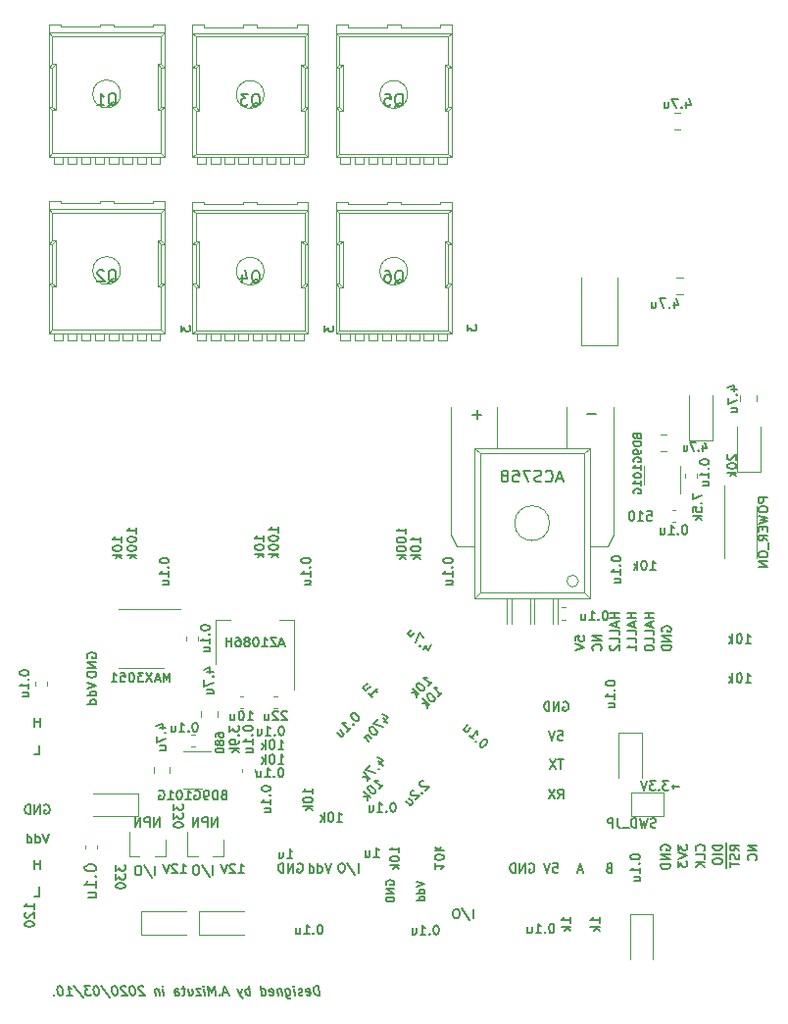
<source format=gbr>
G04 #@! TF.GenerationSoftware,KiCad,Pcbnew,(5.1.5)-3*
G04 #@! TF.CreationDate,2020-03-11T10:01:26+09:00*
G04 #@! TF.ProjectId,CAN_BLDCMD,43414e5f-424c-4444-934d-442e6b696361,rev?*
G04 #@! TF.SameCoordinates,Original*
G04 #@! TF.FileFunction,Legend,Bot*
G04 #@! TF.FilePolarity,Positive*
%FSLAX46Y46*%
G04 Gerber Fmt 4.6, Leading zero omitted, Abs format (unit mm)*
G04 Created by KiCad (PCBNEW (5.1.5)-3) date 2020-03-11 10:01:26*
%MOMM*%
%LPD*%
G04 APERTURE LIST*
%ADD10C,0.150000*%
%ADD11C,0.200000*%
%ADD12C,0.100000*%
%ADD13C,0.120000*%
G04 APERTURE END LIST*
D10*
X225233333Y-126761904D02*
X225500000Y-126380952D01*
X225690476Y-126761904D02*
X225690476Y-125961904D01*
X225385714Y-125961904D01*
X225309523Y-126000000D01*
X225271428Y-126038095D01*
X225233333Y-126114285D01*
X225233333Y-126228571D01*
X225271428Y-126304761D01*
X225309523Y-126342857D01*
X225385714Y-126380952D01*
X225690476Y-126380952D01*
X224966666Y-125961904D02*
X224433333Y-126761904D01*
X224433333Y-125961904D02*
X224966666Y-126761904D01*
X225709523Y-123411904D02*
X225252380Y-123411904D01*
X225480952Y-124211904D02*
X225480952Y-123411904D01*
X225061904Y-123411904D02*
X224528571Y-124211904D01*
X224528571Y-123411904D02*
X225061904Y-124211904D01*
X225252380Y-120961904D02*
X225633333Y-120961904D01*
X225671428Y-121342857D01*
X225633333Y-121304761D01*
X225557142Y-121266666D01*
X225366666Y-121266666D01*
X225290476Y-121304761D01*
X225252380Y-121342857D01*
X225214285Y-121419047D01*
X225214285Y-121609523D01*
X225252380Y-121685714D01*
X225290476Y-121723809D01*
X225366666Y-121761904D01*
X225557142Y-121761904D01*
X225633333Y-121723809D01*
X225671428Y-121685714D01*
X224985714Y-120961904D02*
X224719047Y-121761904D01*
X224452380Y-120961904D01*
X225709523Y-118450000D02*
X225785714Y-118411904D01*
X225900000Y-118411904D01*
X226014285Y-118450000D01*
X226090476Y-118526190D01*
X226128571Y-118602380D01*
X226166666Y-118754761D01*
X226166666Y-118869047D01*
X226128571Y-119021428D01*
X226090476Y-119097619D01*
X226014285Y-119173809D01*
X225900000Y-119211904D01*
X225823809Y-119211904D01*
X225709523Y-119173809D01*
X225671428Y-119135714D01*
X225671428Y-118869047D01*
X225823809Y-118869047D01*
X225328571Y-119211904D02*
X225328571Y-118411904D01*
X224871428Y-119211904D01*
X224871428Y-118411904D01*
X224490476Y-119211904D02*
X224490476Y-118411904D01*
X224300000Y-118411904D01*
X224185714Y-118450000D01*
X224109523Y-118526190D01*
X224071428Y-118602380D01*
X224033333Y-118754761D01*
X224033333Y-118869047D01*
X224071428Y-119021428D01*
X224109523Y-119097619D01*
X224185714Y-119173809D01*
X224300000Y-119211904D01*
X224490476Y-119211904D01*
X229011904Y-112671428D02*
X228211904Y-112671428D01*
X229011904Y-113128571D01*
X228211904Y-113128571D01*
X228935714Y-113966666D02*
X228973809Y-113928571D01*
X229011904Y-113814285D01*
X229011904Y-113738095D01*
X228973809Y-113623809D01*
X228897619Y-113547619D01*
X228821428Y-113509523D01*
X228669047Y-113471428D01*
X228554761Y-113471428D01*
X228402380Y-113509523D01*
X228326190Y-113547619D01*
X228250000Y-113623809D01*
X228211904Y-113738095D01*
X228211904Y-113814285D01*
X228250000Y-113928571D01*
X228288095Y-113966666D01*
X234250000Y-112340476D02*
X234211904Y-112264285D01*
X234211904Y-112150000D01*
X234250000Y-112035714D01*
X234326190Y-111959523D01*
X234402380Y-111921428D01*
X234554761Y-111883333D01*
X234669047Y-111883333D01*
X234821428Y-111921428D01*
X234897619Y-111959523D01*
X234973809Y-112035714D01*
X235011904Y-112150000D01*
X235011904Y-112226190D01*
X234973809Y-112340476D01*
X234935714Y-112378571D01*
X234669047Y-112378571D01*
X234669047Y-112226190D01*
X235011904Y-112721428D02*
X234211904Y-112721428D01*
X235011904Y-113178571D01*
X234211904Y-113178571D01*
X235011904Y-113559523D02*
X234211904Y-113559523D01*
X234211904Y-113750000D01*
X234250000Y-113864285D01*
X234326190Y-113940476D01*
X234402380Y-113978571D01*
X234554761Y-114016666D01*
X234669047Y-114016666D01*
X234821428Y-113978571D01*
X234897619Y-113940476D01*
X234973809Y-113864285D01*
X235011904Y-113750000D01*
X235011904Y-113559523D01*
X233511904Y-110750000D02*
X232711904Y-110750000D01*
X233092857Y-110750000D02*
X233092857Y-111207142D01*
X233511904Y-111207142D02*
X232711904Y-111207142D01*
X233283333Y-111550000D02*
X233283333Y-111930952D01*
X233511904Y-111473809D02*
X232711904Y-111740476D01*
X233511904Y-112007142D01*
X233511904Y-112654761D02*
X233511904Y-112273809D01*
X232711904Y-112273809D01*
X233511904Y-113302380D02*
X233511904Y-112921428D01*
X232711904Y-112921428D01*
X232711904Y-113721428D02*
X232711904Y-113797619D01*
X232750000Y-113873809D01*
X232788095Y-113911904D01*
X232864285Y-113950000D01*
X233016666Y-113988095D01*
X233207142Y-113988095D01*
X233359523Y-113950000D01*
X233435714Y-113911904D01*
X233473809Y-113873809D01*
X233511904Y-113797619D01*
X233511904Y-113721428D01*
X233473809Y-113645238D01*
X233435714Y-113607142D01*
X233359523Y-113569047D01*
X233207142Y-113530952D01*
X233016666Y-113530952D01*
X232864285Y-113569047D01*
X232788095Y-113607142D01*
X232750000Y-113645238D01*
X232711904Y-113721428D01*
X232011904Y-110750000D02*
X231211904Y-110750000D01*
X231592857Y-110750000D02*
X231592857Y-111207142D01*
X232011904Y-111207142D02*
X231211904Y-111207142D01*
X231783333Y-111550000D02*
X231783333Y-111930952D01*
X232011904Y-111473809D02*
X231211904Y-111740476D01*
X232011904Y-112007142D01*
X232011904Y-112654761D02*
X232011904Y-112273809D01*
X231211904Y-112273809D01*
X232011904Y-113302380D02*
X232011904Y-112921428D01*
X231211904Y-112921428D01*
X232011904Y-113988095D02*
X232011904Y-113530952D01*
X232011904Y-113759523D02*
X231211904Y-113759523D01*
X231326190Y-113683333D01*
X231402380Y-113607142D01*
X231440476Y-113530952D01*
X230511904Y-110750000D02*
X229711904Y-110750000D01*
X230092857Y-110750000D02*
X230092857Y-111207142D01*
X230511904Y-111207142D02*
X229711904Y-111207142D01*
X230283333Y-111550000D02*
X230283333Y-111930952D01*
X230511904Y-111473809D02*
X229711904Y-111740476D01*
X230511904Y-112007142D01*
X230511904Y-112654761D02*
X230511904Y-112273809D01*
X229711904Y-112273809D01*
X230511904Y-113302380D02*
X230511904Y-112921428D01*
X229711904Y-112921428D01*
X229788095Y-113530952D02*
X229750000Y-113569047D01*
X229711904Y-113645238D01*
X229711904Y-113835714D01*
X229750000Y-113911904D01*
X229788095Y-113950000D01*
X229864285Y-113988095D01*
X229940476Y-113988095D01*
X230054761Y-113950000D01*
X230511904Y-113492857D01*
X230511904Y-113988095D01*
X226711904Y-113147619D02*
X226711904Y-112766666D01*
X227092857Y-112728571D01*
X227054761Y-112766666D01*
X227016666Y-112842857D01*
X227016666Y-113033333D01*
X227054761Y-113109523D01*
X227092857Y-113147619D01*
X227169047Y-113185714D01*
X227359523Y-113185714D01*
X227435714Y-113147619D01*
X227473809Y-113109523D01*
X227511904Y-113033333D01*
X227511904Y-112842857D01*
X227473809Y-112766666D01*
X227435714Y-112728571D01*
X226711904Y-113414285D02*
X227511904Y-113680952D01*
X226711904Y-113947619D01*
X228480952Y-93571428D02*
X227719047Y-93571428D01*
X218630952Y-93621428D02*
X217869047Y-93621428D01*
X218250000Y-94002380D02*
X218250000Y-93240476D01*
X229642857Y-132742857D02*
X229528571Y-132780952D01*
X229490476Y-132819047D01*
X229452380Y-132895238D01*
X229452380Y-133009523D01*
X229490476Y-133085714D01*
X229528571Y-133123809D01*
X229604761Y-133161904D01*
X229909523Y-133161904D01*
X229909523Y-132361904D01*
X229642857Y-132361904D01*
X229566666Y-132400000D01*
X229528571Y-132438095D01*
X229490476Y-132514285D01*
X229490476Y-132590476D01*
X229528571Y-132666666D01*
X229566666Y-132704761D01*
X229642857Y-132742857D01*
X229909523Y-132742857D01*
X227340476Y-132933333D02*
X226959523Y-132933333D01*
X227416666Y-133161904D02*
X227150000Y-132361904D01*
X226883333Y-133161904D01*
X224802380Y-132361904D02*
X225183333Y-132361904D01*
X225221428Y-132742857D01*
X225183333Y-132704761D01*
X225107142Y-132666666D01*
X224916666Y-132666666D01*
X224840476Y-132704761D01*
X224802380Y-132742857D01*
X224764285Y-132819047D01*
X224764285Y-133009523D01*
X224802380Y-133085714D01*
X224840476Y-133123809D01*
X224916666Y-133161904D01*
X225107142Y-133161904D01*
X225183333Y-133123809D01*
X225221428Y-133085714D01*
X224535714Y-132361904D02*
X224269047Y-133161904D01*
X224002380Y-132361904D01*
X222759523Y-132400000D02*
X222835714Y-132361904D01*
X222950000Y-132361904D01*
X223064285Y-132400000D01*
X223140476Y-132476190D01*
X223178571Y-132552380D01*
X223216666Y-132704761D01*
X223216666Y-132819047D01*
X223178571Y-132971428D01*
X223140476Y-133047619D01*
X223064285Y-133123809D01*
X222950000Y-133161904D01*
X222873809Y-133161904D01*
X222759523Y-133123809D01*
X222721428Y-133085714D01*
X222721428Y-132819047D01*
X222873809Y-132819047D01*
X222378571Y-133161904D02*
X222378571Y-132361904D01*
X221921428Y-133161904D01*
X221921428Y-132361904D01*
X221540476Y-133161904D02*
X221540476Y-132361904D01*
X221350000Y-132361904D01*
X221235714Y-132400000D01*
X221159523Y-132476190D01*
X221121428Y-132552380D01*
X221083333Y-132704761D01*
X221083333Y-132819047D01*
X221121428Y-132971428D01*
X221159523Y-133047619D01*
X221235714Y-133123809D01*
X221350000Y-133161904D01*
X221540476Y-133161904D01*
X210400000Y-134216666D02*
X210366666Y-134150000D01*
X210366666Y-134050000D01*
X210400000Y-133950000D01*
X210466666Y-133883333D01*
X210533333Y-133850000D01*
X210666666Y-133816666D01*
X210766666Y-133816666D01*
X210900000Y-133850000D01*
X210966666Y-133883333D01*
X211033333Y-133950000D01*
X211066666Y-134050000D01*
X211066666Y-134116666D01*
X211033333Y-134216666D01*
X211000000Y-134250000D01*
X210766666Y-134250000D01*
X210766666Y-134116666D01*
X211066666Y-134550000D02*
X210366666Y-134550000D01*
X211066666Y-134950000D01*
X210366666Y-134950000D01*
X211066666Y-135283333D02*
X210366666Y-135283333D01*
X210366666Y-135450000D01*
X210400000Y-135550000D01*
X210466666Y-135616666D01*
X210533333Y-135650000D01*
X210666666Y-135683333D01*
X210766666Y-135683333D01*
X210900000Y-135650000D01*
X210966666Y-135616666D01*
X211033333Y-135550000D01*
X211066666Y-135450000D01*
X211066666Y-135283333D01*
X213016666Y-133933333D02*
X213716666Y-134166666D01*
X213016666Y-134400000D01*
X213716666Y-134933333D02*
X213016666Y-134933333D01*
X213683333Y-134933333D02*
X213716666Y-134866666D01*
X213716666Y-134733333D01*
X213683333Y-134666666D01*
X213650000Y-134633333D01*
X213583333Y-134600000D01*
X213383333Y-134600000D01*
X213316666Y-134633333D01*
X213283333Y-134666666D01*
X213250000Y-134733333D01*
X213250000Y-134866666D01*
X213283333Y-134933333D01*
X213716666Y-135566666D02*
X213016666Y-135566666D01*
X213683333Y-135566666D02*
X213716666Y-135500000D01*
X213716666Y-135366666D01*
X213683333Y-135300000D01*
X213650000Y-135266666D01*
X213583333Y-135233333D01*
X213383333Y-135233333D01*
X213316666Y-135266666D01*
X213283333Y-135300000D01*
X213250000Y-135366666D01*
X213250000Y-135500000D01*
X213283333Y-135566666D01*
X217888095Y-137111904D02*
X217888095Y-136311904D01*
X216935714Y-136273809D02*
X217621428Y-137302380D01*
X216516666Y-136311904D02*
X216364285Y-136311904D01*
X216288095Y-136350000D01*
X216211904Y-136426190D01*
X216173809Y-136578571D01*
X216173809Y-136845238D01*
X216211904Y-136997619D01*
X216288095Y-137073809D01*
X216364285Y-137111904D01*
X216516666Y-137111904D01*
X216592857Y-137073809D01*
X216669047Y-136997619D01*
X216707142Y-136845238D01*
X216707142Y-136578571D01*
X216669047Y-136426190D01*
X216592857Y-136350000D01*
X216516666Y-136311904D01*
X202759523Y-132400000D02*
X202835714Y-132361904D01*
X202950000Y-132361904D01*
X203064285Y-132400000D01*
X203140476Y-132476190D01*
X203178571Y-132552380D01*
X203216666Y-132704761D01*
X203216666Y-132819047D01*
X203178571Y-132971428D01*
X203140476Y-133047619D01*
X203064285Y-133123809D01*
X202950000Y-133161904D01*
X202873809Y-133161904D01*
X202759523Y-133123809D01*
X202721428Y-133085714D01*
X202721428Y-132819047D01*
X202873809Y-132819047D01*
X202378571Y-133161904D02*
X202378571Y-132361904D01*
X201921428Y-133161904D01*
X201921428Y-132361904D01*
X201540476Y-133161904D02*
X201540476Y-132361904D01*
X201350000Y-132361904D01*
X201235714Y-132400000D01*
X201159523Y-132476190D01*
X201121428Y-132552380D01*
X201083333Y-132704761D01*
X201083333Y-132819047D01*
X201121428Y-132971428D01*
X201159523Y-133047619D01*
X201235714Y-133123809D01*
X201350000Y-133161904D01*
X201540476Y-133161904D01*
X205640476Y-132361904D02*
X205373809Y-133161904D01*
X205107142Y-132361904D01*
X204497619Y-133161904D02*
X204497619Y-132361904D01*
X204497619Y-133123809D02*
X204573809Y-133161904D01*
X204726190Y-133161904D01*
X204802380Y-133123809D01*
X204840476Y-133085714D01*
X204878571Y-133009523D01*
X204878571Y-132780952D01*
X204840476Y-132704761D01*
X204802380Y-132666666D01*
X204726190Y-132628571D01*
X204573809Y-132628571D01*
X204497619Y-132666666D01*
X203773809Y-133161904D02*
X203773809Y-132361904D01*
X203773809Y-133123809D02*
X203850000Y-133161904D01*
X204002380Y-133161904D01*
X204078571Y-133123809D01*
X204116666Y-133085714D01*
X204154761Y-133009523D01*
X204154761Y-132780952D01*
X204116666Y-132704761D01*
X204078571Y-132666666D01*
X204002380Y-132628571D01*
X203850000Y-132628571D01*
X203773809Y-132666666D01*
X207988095Y-133161904D02*
X207988095Y-132361904D01*
X207035714Y-132323809D02*
X207721428Y-133352380D01*
X206616666Y-132361904D02*
X206464285Y-132361904D01*
X206388095Y-132400000D01*
X206311904Y-132476190D01*
X206273809Y-132628571D01*
X206273809Y-132895238D01*
X206311904Y-133047619D01*
X206388095Y-133123809D01*
X206464285Y-133161904D01*
X206616666Y-133161904D01*
X206692857Y-133123809D01*
X206769047Y-133047619D01*
X206807142Y-132895238D01*
X206807142Y-132628571D01*
X206769047Y-132476190D01*
X206692857Y-132400000D01*
X206616666Y-132361904D01*
X180478571Y-120611904D02*
X180478571Y-119811904D01*
X180478571Y-120192857D02*
X180021428Y-120192857D01*
X180021428Y-120611904D02*
X180021428Y-119811904D01*
X184561904Y-116759523D02*
X185361904Y-117026190D01*
X184561904Y-117292857D01*
X185361904Y-117902380D02*
X184561904Y-117902380D01*
X185323809Y-117902380D02*
X185361904Y-117826190D01*
X185361904Y-117673809D01*
X185323809Y-117597619D01*
X185285714Y-117559523D01*
X185209523Y-117521428D01*
X184980952Y-117521428D01*
X184904761Y-117559523D01*
X184866666Y-117597619D01*
X184828571Y-117673809D01*
X184828571Y-117826190D01*
X184866666Y-117902380D01*
X185361904Y-118626190D02*
X184561904Y-118626190D01*
X185323809Y-118626190D02*
X185361904Y-118550000D01*
X185361904Y-118397619D01*
X185323809Y-118321428D01*
X185285714Y-118283333D01*
X185209523Y-118245238D01*
X184980952Y-118245238D01*
X184904761Y-118283333D01*
X184866666Y-118321428D01*
X184828571Y-118397619D01*
X184828571Y-118550000D01*
X184866666Y-118626190D01*
X180002380Y-122961904D02*
X180383333Y-122961904D01*
X180383333Y-122161904D01*
X184600000Y-114640476D02*
X184561904Y-114564285D01*
X184561904Y-114450000D01*
X184600000Y-114335714D01*
X184676190Y-114259523D01*
X184752380Y-114221428D01*
X184904761Y-114183333D01*
X185019047Y-114183333D01*
X185171428Y-114221428D01*
X185247619Y-114259523D01*
X185323809Y-114335714D01*
X185361904Y-114450000D01*
X185361904Y-114526190D01*
X185323809Y-114640476D01*
X185285714Y-114678571D01*
X185019047Y-114678571D01*
X185019047Y-114526190D01*
X185361904Y-115021428D02*
X184561904Y-115021428D01*
X185361904Y-115478571D01*
X184561904Y-115478571D01*
X185361904Y-115859523D02*
X184561904Y-115859523D01*
X184561904Y-116050000D01*
X184600000Y-116164285D01*
X184676190Y-116240476D01*
X184752380Y-116278571D01*
X184904761Y-116316666D01*
X185019047Y-116316666D01*
X185171428Y-116278571D01*
X185247619Y-116240476D01*
X185323809Y-116164285D01*
X185361904Y-116050000D01*
X185361904Y-115859523D01*
X180859523Y-127350000D02*
X180935714Y-127311904D01*
X181050000Y-127311904D01*
X181164285Y-127350000D01*
X181240476Y-127426190D01*
X181278571Y-127502380D01*
X181316666Y-127654761D01*
X181316666Y-127769047D01*
X181278571Y-127921428D01*
X181240476Y-127997619D01*
X181164285Y-128073809D01*
X181050000Y-128111904D01*
X180973809Y-128111904D01*
X180859523Y-128073809D01*
X180821428Y-128035714D01*
X180821428Y-127769047D01*
X180973809Y-127769047D01*
X180478571Y-128111904D02*
X180478571Y-127311904D01*
X180021428Y-128111904D01*
X180021428Y-127311904D01*
X179640476Y-128111904D02*
X179640476Y-127311904D01*
X179450000Y-127311904D01*
X179335714Y-127350000D01*
X179259523Y-127426190D01*
X179221428Y-127502380D01*
X179183333Y-127654761D01*
X179183333Y-127769047D01*
X179221428Y-127921428D01*
X179259523Y-127997619D01*
X179335714Y-128073809D01*
X179450000Y-128111904D01*
X179640476Y-128111904D01*
X181240476Y-129811904D02*
X180973809Y-130611904D01*
X180707142Y-129811904D01*
X180097619Y-130611904D02*
X180097619Y-129811904D01*
X180097619Y-130573809D02*
X180173809Y-130611904D01*
X180326190Y-130611904D01*
X180402380Y-130573809D01*
X180440476Y-130535714D01*
X180478571Y-130459523D01*
X180478571Y-130230952D01*
X180440476Y-130154761D01*
X180402380Y-130116666D01*
X180326190Y-130078571D01*
X180173809Y-130078571D01*
X180097619Y-130116666D01*
X179373809Y-130611904D02*
X179373809Y-129811904D01*
X179373809Y-130573809D02*
X179450000Y-130611904D01*
X179602380Y-130611904D01*
X179678571Y-130573809D01*
X179716666Y-130535714D01*
X179754761Y-130459523D01*
X179754761Y-130230952D01*
X179716666Y-130154761D01*
X179678571Y-130116666D01*
X179602380Y-130078571D01*
X179450000Y-130078571D01*
X179373809Y-130116666D01*
X180478571Y-132861904D02*
X180478571Y-132061904D01*
X180478571Y-132442857D02*
X180021428Y-132442857D01*
X180021428Y-132861904D02*
X180021428Y-132061904D01*
X180002380Y-135211904D02*
X180383333Y-135211904D01*
X180383333Y-134411904D01*
X190413095Y-133386904D02*
X190413095Y-132586904D01*
X189460714Y-132548809D02*
X190146428Y-133577380D01*
X189041666Y-132586904D02*
X188889285Y-132586904D01*
X188813095Y-132625000D01*
X188736904Y-132701190D01*
X188698809Y-132853571D01*
X188698809Y-133120238D01*
X188736904Y-133272619D01*
X188813095Y-133348809D01*
X188889285Y-133386904D01*
X189041666Y-133386904D01*
X189117857Y-133348809D01*
X189194047Y-133272619D01*
X189232142Y-133120238D01*
X189232142Y-132853571D01*
X189194047Y-132701190D01*
X189117857Y-132625000D01*
X189041666Y-132586904D01*
X195413095Y-133336904D02*
X195413095Y-132536904D01*
X194460714Y-132498809D02*
X195146428Y-133527380D01*
X194041666Y-132536904D02*
X193889285Y-132536904D01*
X193813095Y-132575000D01*
X193736904Y-132651190D01*
X193698809Y-132803571D01*
X193698809Y-133070238D01*
X193736904Y-133222619D01*
X193813095Y-133298809D01*
X193889285Y-133336904D01*
X194041666Y-133336904D01*
X194117857Y-133298809D01*
X194194047Y-133222619D01*
X194232142Y-133070238D01*
X194232142Y-132803571D01*
X194194047Y-132651190D01*
X194117857Y-132575000D01*
X194041666Y-132536904D01*
X192645238Y-133211904D02*
X193102380Y-133211904D01*
X192873809Y-133211904D02*
X192873809Y-132411904D01*
X192950000Y-132526190D01*
X193026190Y-132602380D01*
X193102380Y-132640476D01*
X192340476Y-132488095D02*
X192302380Y-132450000D01*
X192226190Y-132411904D01*
X192035714Y-132411904D01*
X191959523Y-132450000D01*
X191921428Y-132488095D01*
X191883333Y-132564285D01*
X191883333Y-132640476D01*
X191921428Y-132754761D01*
X192378571Y-133211904D01*
X191883333Y-133211904D01*
X191654761Y-132411904D02*
X191388095Y-133211904D01*
X191121428Y-132411904D01*
X197645238Y-133211904D02*
X198102380Y-133211904D01*
X197873809Y-133211904D02*
X197873809Y-132411904D01*
X197950000Y-132526190D01*
X198026190Y-132602380D01*
X198102380Y-132640476D01*
X197340476Y-132488095D02*
X197302380Y-132450000D01*
X197226190Y-132411904D01*
X197035714Y-132411904D01*
X196959523Y-132450000D01*
X196921428Y-132488095D01*
X196883333Y-132564285D01*
X196883333Y-132640476D01*
X196921428Y-132754761D01*
X197378571Y-133211904D01*
X196883333Y-133211904D01*
X196654761Y-132411904D02*
X196388095Y-133211904D01*
X196121428Y-132411904D01*
D11*
X204631547Y-143761904D02*
X204531547Y-142961904D01*
X204341071Y-142961904D01*
X204231547Y-143000000D01*
X204164880Y-143076190D01*
X204136309Y-143152380D01*
X204117261Y-143304761D01*
X204131547Y-143419047D01*
X204188690Y-143571428D01*
X204236309Y-143647619D01*
X204322023Y-143723809D01*
X204441071Y-143761904D01*
X204631547Y-143761904D01*
X203522023Y-143723809D02*
X203602976Y-143761904D01*
X203755357Y-143761904D01*
X203826785Y-143723809D01*
X203855357Y-143647619D01*
X203817261Y-143342857D01*
X203769642Y-143266666D01*
X203688690Y-143228571D01*
X203536309Y-143228571D01*
X203464880Y-143266666D01*
X203436309Y-143342857D01*
X203445833Y-143419047D01*
X203836309Y-143495238D01*
X203179166Y-143723809D02*
X203107738Y-143761904D01*
X202955357Y-143761904D01*
X202874404Y-143723809D01*
X202826785Y-143647619D01*
X202822023Y-143609523D01*
X202850595Y-143533333D01*
X202922023Y-143495238D01*
X203036309Y-143495238D01*
X203107738Y-143457142D01*
X203136309Y-143380952D01*
X203131547Y-143342857D01*
X203083928Y-143266666D01*
X203002976Y-143228571D01*
X202888690Y-143228571D01*
X202817261Y-143266666D01*
X202498214Y-143761904D02*
X202431547Y-143228571D01*
X202398214Y-142961904D02*
X202441071Y-143000000D01*
X202407738Y-143038095D01*
X202364880Y-143000000D01*
X202398214Y-142961904D01*
X202407738Y-143038095D01*
X201707738Y-143228571D02*
X201788690Y-143876190D01*
X201836309Y-143952380D01*
X201879166Y-143990476D01*
X201960119Y-144028571D01*
X202074404Y-144028571D01*
X202145833Y-143990476D01*
X201769642Y-143723809D02*
X201850595Y-143761904D01*
X202002976Y-143761904D01*
X202074404Y-143723809D01*
X202107738Y-143685714D01*
X202136309Y-143609523D01*
X202107738Y-143380952D01*
X202060119Y-143304761D01*
X202017261Y-143266666D01*
X201936309Y-143228571D01*
X201783928Y-143228571D01*
X201712500Y-143266666D01*
X201326785Y-143228571D02*
X201393452Y-143761904D01*
X201336309Y-143304761D02*
X201293452Y-143266666D01*
X201212500Y-143228571D01*
X201098214Y-143228571D01*
X201026785Y-143266666D01*
X200998214Y-143342857D01*
X201050595Y-143761904D01*
X200360119Y-143723809D02*
X200441071Y-143761904D01*
X200593452Y-143761904D01*
X200664880Y-143723809D01*
X200693452Y-143647619D01*
X200655357Y-143342857D01*
X200607738Y-143266666D01*
X200526785Y-143228571D01*
X200374404Y-143228571D01*
X200302976Y-143266666D01*
X200274404Y-143342857D01*
X200283928Y-143419047D01*
X200674404Y-143495238D01*
X199641071Y-143761904D02*
X199541071Y-142961904D01*
X199636309Y-143723809D02*
X199717261Y-143761904D01*
X199869642Y-143761904D01*
X199941071Y-143723809D01*
X199974404Y-143685714D01*
X200002976Y-143609523D01*
X199974404Y-143380952D01*
X199926785Y-143304761D01*
X199883928Y-143266666D01*
X199802976Y-143228571D01*
X199650595Y-143228571D01*
X199579166Y-143266666D01*
X198650595Y-143761904D02*
X198550595Y-142961904D01*
X198588690Y-143266666D02*
X198507738Y-143228571D01*
X198355357Y-143228571D01*
X198283928Y-143266666D01*
X198250595Y-143304761D01*
X198222023Y-143380952D01*
X198250595Y-143609523D01*
X198298214Y-143685714D01*
X198341071Y-143723809D01*
X198422023Y-143761904D01*
X198574404Y-143761904D01*
X198645833Y-143723809D01*
X197936309Y-143228571D02*
X197812500Y-143761904D01*
X197555357Y-143228571D02*
X197812500Y-143761904D01*
X197912500Y-143952380D01*
X197955357Y-143990476D01*
X198036309Y-144028571D01*
X196717261Y-143533333D02*
X196336309Y-143533333D01*
X196822023Y-143761904D02*
X196455357Y-142961904D01*
X196288690Y-143761904D01*
X196012500Y-143685714D02*
X195979166Y-143723809D01*
X196022023Y-143761904D01*
X196055357Y-143723809D01*
X196012500Y-143685714D01*
X196022023Y-143761904D01*
X195641071Y-143761904D02*
X195541071Y-142961904D01*
X195345833Y-143533333D01*
X195007738Y-142961904D01*
X195107738Y-143761904D01*
X194726785Y-143761904D02*
X194660119Y-143228571D01*
X194626785Y-142961904D02*
X194669642Y-143000000D01*
X194636309Y-143038095D01*
X194593452Y-143000000D01*
X194626785Y-142961904D01*
X194636309Y-143038095D01*
X194355357Y-143228571D02*
X193936309Y-143228571D01*
X194422023Y-143761904D01*
X194002976Y-143761904D01*
X193288690Y-143228571D02*
X193355357Y-143761904D01*
X193631547Y-143228571D02*
X193683928Y-143647619D01*
X193655357Y-143723809D01*
X193583928Y-143761904D01*
X193469642Y-143761904D01*
X193388690Y-143723809D01*
X193345833Y-143685714D01*
X193022023Y-143228571D02*
X192717261Y-143228571D01*
X192874404Y-142961904D02*
X192960119Y-143647619D01*
X192931547Y-143723809D01*
X192860119Y-143761904D01*
X192783928Y-143761904D01*
X192174404Y-143761904D02*
X192122023Y-143342857D01*
X192150595Y-143266666D01*
X192222023Y-143228571D01*
X192374404Y-143228571D01*
X192455357Y-143266666D01*
X192169642Y-143723809D02*
X192250595Y-143761904D01*
X192441071Y-143761904D01*
X192512500Y-143723809D01*
X192541071Y-143647619D01*
X192531547Y-143571428D01*
X192483928Y-143495238D01*
X192402976Y-143457142D01*
X192212500Y-143457142D01*
X192131547Y-143419047D01*
X191183928Y-143761904D02*
X191117261Y-143228571D01*
X191083928Y-142961904D02*
X191126785Y-143000000D01*
X191093452Y-143038095D01*
X191050595Y-143000000D01*
X191083928Y-142961904D01*
X191093452Y-143038095D01*
X190736309Y-143228571D02*
X190802976Y-143761904D01*
X190745833Y-143304761D02*
X190702976Y-143266666D01*
X190622023Y-143228571D01*
X190507738Y-143228571D01*
X190436309Y-143266666D01*
X190407738Y-143342857D01*
X190460119Y-143761904D01*
X189417261Y-143038095D02*
X189374404Y-143000000D01*
X189293452Y-142961904D01*
X189102976Y-142961904D01*
X189031547Y-143000000D01*
X188998214Y-143038095D01*
X188969642Y-143114285D01*
X188979166Y-143190476D01*
X189031547Y-143304761D01*
X189545833Y-143761904D01*
X189050595Y-143761904D01*
X188455357Y-142961904D02*
X188379166Y-142961904D01*
X188307738Y-143000000D01*
X188274404Y-143038095D01*
X188245833Y-143114285D01*
X188226785Y-143266666D01*
X188250595Y-143457142D01*
X188307738Y-143609523D01*
X188355357Y-143685714D01*
X188398214Y-143723809D01*
X188479166Y-143761904D01*
X188555357Y-143761904D01*
X188626785Y-143723809D01*
X188660119Y-143685714D01*
X188688690Y-143609523D01*
X188707738Y-143457142D01*
X188683928Y-143266666D01*
X188626785Y-143114285D01*
X188579166Y-143038095D01*
X188536309Y-143000000D01*
X188455357Y-142961904D01*
X187893452Y-143038095D02*
X187850595Y-143000000D01*
X187769642Y-142961904D01*
X187579166Y-142961904D01*
X187507738Y-143000000D01*
X187474404Y-143038095D01*
X187445833Y-143114285D01*
X187455357Y-143190476D01*
X187507738Y-143304761D01*
X188022023Y-143761904D01*
X187526785Y-143761904D01*
X186931547Y-142961904D02*
X186855357Y-142961904D01*
X186783928Y-143000000D01*
X186750595Y-143038095D01*
X186722023Y-143114285D01*
X186702976Y-143266666D01*
X186726785Y-143457142D01*
X186783928Y-143609523D01*
X186831547Y-143685714D01*
X186874404Y-143723809D01*
X186955357Y-143761904D01*
X187031547Y-143761904D01*
X187102976Y-143723809D01*
X187136309Y-143685714D01*
X187164880Y-143609523D01*
X187183928Y-143457142D01*
X187160119Y-143266666D01*
X187102976Y-143114285D01*
X187055357Y-143038095D01*
X187012500Y-143000000D01*
X186931547Y-142961904D01*
X185745833Y-142923809D02*
X186560119Y-143952380D01*
X185331547Y-142961904D02*
X185255357Y-142961904D01*
X185183928Y-143000000D01*
X185150595Y-143038095D01*
X185122023Y-143114285D01*
X185102976Y-143266666D01*
X185126785Y-143457142D01*
X185183928Y-143609523D01*
X185231547Y-143685714D01*
X185274404Y-143723809D01*
X185355357Y-143761904D01*
X185431547Y-143761904D01*
X185502976Y-143723809D01*
X185536309Y-143685714D01*
X185564880Y-143609523D01*
X185583928Y-143457142D01*
X185560119Y-143266666D01*
X185502976Y-143114285D01*
X185455357Y-143038095D01*
X185412500Y-143000000D01*
X185331547Y-142961904D01*
X184798214Y-142961904D02*
X184302976Y-142961904D01*
X184607738Y-143266666D01*
X184493452Y-143266666D01*
X184422023Y-143304761D01*
X184388690Y-143342857D01*
X184360119Y-143419047D01*
X184383928Y-143609523D01*
X184431547Y-143685714D01*
X184474404Y-143723809D01*
X184555357Y-143761904D01*
X184783928Y-143761904D01*
X184855357Y-143723809D01*
X184888690Y-143685714D01*
X183383928Y-142923809D02*
X184198214Y-143952380D01*
X182802976Y-143761904D02*
X183260119Y-143761904D01*
X183031547Y-143761904D02*
X182931547Y-142961904D01*
X183022023Y-143076190D01*
X183107738Y-143152380D01*
X183188690Y-143190476D01*
X182207738Y-142961904D02*
X182131547Y-142961904D01*
X182060119Y-143000000D01*
X182026785Y-143038095D01*
X181998214Y-143114285D01*
X181979166Y-143266666D01*
X182002976Y-143457142D01*
X182060119Y-143609523D01*
X182107738Y-143685714D01*
X182150595Y-143723809D01*
X182231547Y-143761904D01*
X182307738Y-143761904D01*
X182379166Y-143723809D01*
X182412500Y-143685714D01*
X182441071Y-143609523D01*
X182460119Y-143457142D01*
X182436309Y-143266666D01*
X182379166Y-143114285D01*
X182331547Y-143038095D01*
X182288690Y-143000000D01*
X182207738Y-142961904D01*
X181688690Y-143685714D02*
X181655357Y-143723809D01*
X181698214Y-143761904D01*
X181731547Y-143723809D01*
X181688690Y-143685714D01*
X181698214Y-143761904D01*
D10*
X242411904Y-130787976D02*
X241611904Y-130787976D01*
X242411904Y-131245119D01*
X241611904Y-131245119D01*
X242335714Y-132083214D02*
X242373809Y-132045119D01*
X242411904Y-131930833D01*
X242411904Y-131854642D01*
X242373809Y-131740357D01*
X242297619Y-131664166D01*
X242221428Y-131626071D01*
X242069047Y-131587976D01*
X241954761Y-131587976D01*
X241802380Y-131626071D01*
X241726190Y-131664166D01*
X241650000Y-131740357D01*
X241611904Y-131854642D01*
X241611904Y-131930833D01*
X241650000Y-132045119D01*
X241688095Y-132083214D01*
X239779000Y-130597500D02*
X239779000Y-131397500D01*
X240911904Y-131245119D02*
X240530952Y-130978452D01*
X240911904Y-130787976D02*
X240111904Y-130787976D01*
X240111904Y-131092738D01*
X240150000Y-131168928D01*
X240188095Y-131207023D01*
X240264285Y-131245119D01*
X240378571Y-131245119D01*
X240454761Y-131207023D01*
X240492857Y-131168928D01*
X240530952Y-131092738D01*
X240530952Y-130787976D01*
X239779000Y-131397500D02*
X239779000Y-132159404D01*
X240873809Y-131549880D02*
X240911904Y-131664166D01*
X240911904Y-131854642D01*
X240873809Y-131930833D01*
X240835714Y-131968928D01*
X240759523Y-132007023D01*
X240683333Y-132007023D01*
X240607142Y-131968928D01*
X240569047Y-131930833D01*
X240530952Y-131854642D01*
X240492857Y-131702261D01*
X240454761Y-131626071D01*
X240416666Y-131587976D01*
X240340476Y-131549880D01*
X240264285Y-131549880D01*
X240188095Y-131587976D01*
X240150000Y-131626071D01*
X240111904Y-131702261D01*
X240111904Y-131892738D01*
X240150000Y-132007023D01*
X239779000Y-132159404D02*
X239779000Y-132768928D01*
X240111904Y-132235595D02*
X240111904Y-132692738D01*
X240911904Y-132464166D02*
X240111904Y-132464166D01*
X239411904Y-130787976D02*
X238611904Y-130787976D01*
X238611904Y-130978452D01*
X238650000Y-131092738D01*
X238726190Y-131168928D01*
X238802380Y-131207023D01*
X238954761Y-131245119D01*
X239069047Y-131245119D01*
X239221428Y-131207023D01*
X239297619Y-131168928D01*
X239373809Y-131092738D01*
X239411904Y-130978452D01*
X239411904Y-130787976D01*
X239411904Y-131587976D02*
X238611904Y-131587976D01*
X238611904Y-132121309D02*
X238611904Y-132273690D01*
X238650000Y-132349880D01*
X238726190Y-132426071D01*
X238878571Y-132464166D01*
X239145238Y-132464166D01*
X239297619Y-132426071D01*
X239373809Y-132349880D01*
X239411904Y-132273690D01*
X239411904Y-132121309D01*
X239373809Y-132045119D01*
X239297619Y-131968928D01*
X239145238Y-131930833D01*
X238878571Y-131930833D01*
X238726190Y-131968928D01*
X238650000Y-132045119D01*
X238611904Y-132121309D01*
X237835714Y-131245119D02*
X237873809Y-131207023D01*
X237911904Y-131092738D01*
X237911904Y-131016547D01*
X237873809Y-130902261D01*
X237797619Y-130826071D01*
X237721428Y-130787976D01*
X237569047Y-130749880D01*
X237454761Y-130749880D01*
X237302380Y-130787976D01*
X237226190Y-130826071D01*
X237150000Y-130902261D01*
X237111904Y-131016547D01*
X237111904Y-131092738D01*
X237150000Y-131207023D01*
X237188095Y-131245119D01*
X237911904Y-131968928D02*
X237911904Y-131587976D01*
X237111904Y-131587976D01*
X237911904Y-132235595D02*
X237111904Y-132235595D01*
X237911904Y-132692738D02*
X237454761Y-132349880D01*
X237111904Y-132692738D02*
X237569047Y-132235595D01*
X235611904Y-130711785D02*
X235611904Y-131207023D01*
X235916666Y-130940357D01*
X235916666Y-131054642D01*
X235954761Y-131130833D01*
X235992857Y-131168928D01*
X236069047Y-131207023D01*
X236259523Y-131207023D01*
X236335714Y-131168928D01*
X236373809Y-131130833D01*
X236411904Y-131054642D01*
X236411904Y-130826071D01*
X236373809Y-130749880D01*
X236335714Y-130711785D01*
X235611904Y-131435595D02*
X236411904Y-131702261D01*
X235611904Y-131968928D01*
X235611904Y-132159404D02*
X235611904Y-132654642D01*
X235916666Y-132387976D01*
X235916666Y-132502261D01*
X235954761Y-132578452D01*
X235992857Y-132616547D01*
X236069047Y-132654642D01*
X236259523Y-132654642D01*
X236335714Y-132616547D01*
X236373809Y-132578452D01*
X236411904Y-132502261D01*
X236411904Y-132273690D01*
X236373809Y-132197500D01*
X236335714Y-132159404D01*
X234150000Y-131207023D02*
X234111904Y-131130833D01*
X234111904Y-131016547D01*
X234150000Y-130902261D01*
X234226190Y-130826071D01*
X234302380Y-130787976D01*
X234454761Y-130749880D01*
X234569047Y-130749880D01*
X234721428Y-130787976D01*
X234797619Y-130826071D01*
X234873809Y-130902261D01*
X234911904Y-131016547D01*
X234911904Y-131092738D01*
X234873809Y-131207023D01*
X234835714Y-131245119D01*
X234569047Y-131245119D01*
X234569047Y-131092738D01*
X234911904Y-131587976D02*
X234111904Y-131587976D01*
X234911904Y-132045119D01*
X234111904Y-132045119D01*
X234911904Y-132426071D02*
X234111904Y-132426071D01*
X234111904Y-132616547D01*
X234150000Y-132730833D01*
X234226190Y-132807023D01*
X234302380Y-132845119D01*
X234454761Y-132883214D01*
X234569047Y-132883214D01*
X234721428Y-132845119D01*
X234797619Y-132807023D01*
X234873809Y-132730833D01*
X234911904Y-132616547D01*
X234911904Y-132426071D01*
X235700000Y-125757142D02*
X235090476Y-125757142D01*
X235242857Y-125909523D02*
X235090476Y-125757142D01*
X235242857Y-125604761D01*
X234785714Y-125261904D02*
X234290476Y-125261904D01*
X234557142Y-125566666D01*
X234442857Y-125566666D01*
X234366666Y-125604761D01*
X234328571Y-125642857D01*
X234290476Y-125719047D01*
X234290476Y-125909523D01*
X234328571Y-125985714D01*
X234366666Y-126023809D01*
X234442857Y-126061904D01*
X234671428Y-126061904D01*
X234747619Y-126023809D01*
X234785714Y-125985714D01*
X233947619Y-125985714D02*
X233909523Y-126023809D01*
X233947619Y-126061904D01*
X233985714Y-126023809D01*
X233947619Y-125985714D01*
X233947619Y-126061904D01*
X233642857Y-125261904D02*
X233147619Y-125261904D01*
X233414285Y-125566666D01*
X233300000Y-125566666D01*
X233223809Y-125604761D01*
X233185714Y-125642857D01*
X233147619Y-125719047D01*
X233147619Y-125909523D01*
X233185714Y-125985714D01*
X233223809Y-126023809D01*
X233300000Y-126061904D01*
X233528571Y-126061904D01*
X233604761Y-126023809D01*
X233642857Y-125985714D01*
X232919047Y-125261904D02*
X232652380Y-126061904D01*
X232385714Y-125261904D01*
D12*
X187450000Y-81200000D02*
G75*
G03X187450000Y-81200000I-1200000J0D01*
G01*
X191250000Y-75900000D02*
X181250000Y-75900000D01*
X181550000Y-76200000D02*
X181250000Y-75900000D01*
X190950000Y-76200000D02*
X181550000Y-76200000D01*
X191250000Y-75900000D02*
X190950000Y-76200000D01*
X191250000Y-86600000D02*
X181250000Y-86600000D01*
X181250000Y-86600000D02*
X181550000Y-86300000D01*
X190950000Y-86300000D02*
X191250000Y-86600000D01*
X190950000Y-86300000D02*
X181550000Y-86300000D01*
X181250000Y-86600000D02*
X181250000Y-75900000D01*
X191250000Y-75900000D02*
X191250000Y-86600000D01*
X190950000Y-82600000D02*
X191250000Y-82300000D01*
X190950000Y-82600000D02*
X190950000Y-86300000D01*
X190950000Y-78600000D02*
X191250000Y-78900000D01*
X190950000Y-78600000D02*
X190950000Y-76200000D01*
X190650000Y-78600000D02*
X190950000Y-78600000D01*
X190650000Y-82600000D02*
X190650000Y-78600000D01*
X190950000Y-82600000D02*
X190650000Y-82600000D01*
X190950000Y-78900000D02*
X191250000Y-78900000D01*
X190650000Y-78600000D02*
X190950000Y-78900000D01*
X190950000Y-82300000D02*
X190650000Y-82600000D01*
X190950000Y-78900000D02*
X190950000Y-82300000D01*
X190950000Y-82300000D02*
X191250000Y-82300000D01*
X181550000Y-78600000D02*
X181250000Y-78900000D01*
X181550000Y-78600000D02*
X181550000Y-76200000D01*
X181550000Y-82600000D02*
X181250000Y-82300000D01*
X181550000Y-86300000D02*
X181550000Y-82600000D01*
X181850000Y-78600000D02*
X181550000Y-78600000D01*
X181850000Y-82600000D02*
X181850000Y-78600000D01*
X181550000Y-82600000D02*
X181850000Y-82600000D01*
X181550000Y-78900000D02*
X181250000Y-78900000D01*
X181850000Y-78600000D02*
X181550000Y-78900000D01*
X181550000Y-82300000D02*
X181850000Y-82600000D01*
X181550000Y-78900000D02*
X181550000Y-82300000D01*
X181550000Y-82300000D02*
X181250000Y-82300000D01*
X190850000Y-86600000D02*
X190850000Y-87200000D01*
X190050000Y-87200000D02*
X190850000Y-87200000D01*
X190050000Y-86600000D02*
X190050000Y-87200000D01*
X185250000Y-87200000D02*
X185250000Y-86600000D01*
X186050000Y-87200000D02*
X185250000Y-87200000D01*
X186050000Y-86600000D02*
X186050000Y-87200000D01*
X187250000Y-87200000D02*
X187250000Y-86600000D01*
X186450000Y-87200000D02*
X187250000Y-87200000D01*
X186450000Y-86600000D02*
X186450000Y-87200000D01*
X184050000Y-87200000D02*
X184050000Y-86600000D01*
X184850000Y-87200000D02*
X184050000Y-87200000D01*
X184850000Y-86600000D02*
X184850000Y-87200000D01*
X182850000Y-87200000D02*
X182850000Y-86600000D01*
X183650000Y-87200000D02*
X182850000Y-87200000D01*
X183650000Y-86600000D02*
X183650000Y-87200000D01*
X181650000Y-87200000D02*
X181650000Y-86600000D01*
X182450000Y-87200000D02*
X181650000Y-87200000D01*
X182450000Y-86600000D02*
X182450000Y-87200000D01*
X188450000Y-87200000D02*
X188450000Y-86600000D01*
X187650000Y-87200000D02*
X188450000Y-87200000D01*
X187650000Y-86600000D02*
X187650000Y-87200000D01*
X189650000Y-87200000D02*
X189650000Y-86600000D01*
X188850000Y-87200000D02*
X189650000Y-87200000D01*
X188850000Y-86600000D02*
X188850000Y-87200000D01*
X191250000Y-75200000D02*
X191250000Y-75900000D01*
X181250000Y-75200000D02*
X181250000Y-75900000D01*
X185650000Y-75200000D02*
X185650000Y-75400000D01*
X182250000Y-75200000D02*
X182250000Y-75400000D01*
X182250000Y-75400000D02*
X185650000Y-75400000D01*
X190250000Y-75400000D02*
X190250000Y-75200000D01*
X186850000Y-75400000D02*
X190250000Y-75400000D01*
X186850000Y-75200000D02*
X186850000Y-75400000D01*
X190250000Y-75200000D02*
X191250000Y-75200000D01*
X186850000Y-75200000D02*
X185650000Y-75200000D01*
X182250000Y-75200000D02*
X181250000Y-75200000D01*
D13*
X194110000Y-113112779D02*
X194110000Y-112787221D01*
X193090000Y-113112779D02*
X193090000Y-112787221D01*
X199010000Y-124187221D02*
X199010000Y-124512779D01*
X197990000Y-124187221D02*
X197990000Y-124512779D01*
X193587221Y-122310000D02*
X193912779Y-122310000D01*
X193587221Y-121290000D02*
X193912779Y-121290000D01*
X180090000Y-117012779D02*
X180090000Y-116687221D01*
X181110000Y-117012779D02*
X181110000Y-116687221D01*
X184390000Y-130787221D02*
X184390000Y-131112779D01*
X185410000Y-130787221D02*
X185410000Y-131112779D01*
X190290000Y-124558578D02*
X190290000Y-124041422D01*
X191710000Y-124558578D02*
X191710000Y-124041422D01*
X195810000Y-119241422D02*
X195810000Y-119758578D01*
X194390000Y-119241422D02*
X194390000Y-119758578D01*
X197737221Y-118960000D02*
X198062779Y-118960000D01*
X197737221Y-117940000D02*
X198062779Y-117940000D01*
X200687221Y-117940000D02*
X201012779Y-117940000D01*
X200687221Y-118960000D02*
X201012779Y-118960000D01*
X225537221Y-111310000D02*
X225862779Y-111310000D01*
X225537221Y-110290000D02*
X225862779Y-110290000D01*
X235087221Y-102910000D02*
X235412779Y-102910000D01*
X235087221Y-101890000D02*
X235412779Y-101890000D01*
X237235000Y-98737221D02*
X237235000Y-99062779D01*
X236215000Y-98737221D02*
X236215000Y-99062779D01*
X234583578Y-96810000D02*
X234066422Y-96810000D01*
X234583578Y-95390000D02*
X234066422Y-95390000D01*
X235491422Y-83260000D02*
X236008578Y-83260000D01*
X235491422Y-81840000D02*
X236008578Y-81840000D01*
X242410000Y-92508578D02*
X242410000Y-91991422D01*
X240990000Y-92508578D02*
X240990000Y-91991422D01*
X235291422Y-69010000D02*
X235808578Y-69010000D01*
X235291422Y-67590000D02*
X235808578Y-67590000D01*
X230475000Y-121050000D02*
X232475000Y-121050000D01*
X232475000Y-121050000D02*
X232475000Y-124950000D01*
X230475000Y-121050000D02*
X230475000Y-124950000D01*
X189000000Y-126300000D02*
X185100000Y-126300000D01*
X189000000Y-128300000D02*
X185100000Y-128300000D01*
X189000000Y-126300000D02*
X189000000Y-128300000D01*
X231450000Y-136750000D02*
X231450000Y-140650000D01*
X233450000Y-136750000D02*
X233450000Y-140650000D01*
X231450000Y-136750000D02*
X233450000Y-136750000D01*
X238550000Y-95850000D02*
X236550000Y-95850000D01*
X236550000Y-95850000D02*
X236550000Y-91950000D01*
X238550000Y-95850000D02*
X238550000Y-91950000D01*
X242725000Y-98550000D02*
X242725000Y-94650000D01*
X240725000Y-98550000D02*
X240725000Y-94650000D01*
X242725000Y-98550000D02*
X240725000Y-98550000D01*
X234350000Y-128250000D02*
X234350000Y-126250000D01*
X231550000Y-128250000D02*
X234350000Y-128250000D01*
X231550000Y-126250000D02*
X231550000Y-128250000D01*
X234350000Y-126250000D02*
X231550000Y-126250000D01*
D12*
X187450000Y-65950000D02*
G75*
G03X187450000Y-65950000I-1200000J0D01*
G01*
X191250000Y-60650000D02*
X181250000Y-60650000D01*
X181550000Y-60950000D02*
X181250000Y-60650000D01*
X190950000Y-60950000D02*
X181550000Y-60950000D01*
X191250000Y-60650000D02*
X190950000Y-60950000D01*
X191250000Y-71350000D02*
X181250000Y-71350000D01*
X181250000Y-71350000D02*
X181550000Y-71050000D01*
X190950000Y-71050000D02*
X191250000Y-71350000D01*
X190950000Y-71050000D02*
X181550000Y-71050000D01*
X181250000Y-71350000D02*
X181250000Y-60650000D01*
X191250000Y-60650000D02*
X191250000Y-71350000D01*
X190950000Y-67350000D02*
X191250000Y-67050000D01*
X190950000Y-67350000D02*
X190950000Y-71050000D01*
X190950000Y-63350000D02*
X191250000Y-63650000D01*
X190950000Y-63350000D02*
X190950000Y-60950000D01*
X190650000Y-63350000D02*
X190950000Y-63350000D01*
X190650000Y-67350000D02*
X190650000Y-63350000D01*
X190950000Y-67350000D02*
X190650000Y-67350000D01*
X190950000Y-63650000D02*
X191250000Y-63650000D01*
X190650000Y-63350000D02*
X190950000Y-63650000D01*
X190950000Y-67050000D02*
X190650000Y-67350000D01*
X190950000Y-63650000D02*
X190950000Y-67050000D01*
X190950000Y-67050000D02*
X191250000Y-67050000D01*
X181550000Y-63350000D02*
X181250000Y-63650000D01*
X181550000Y-63350000D02*
X181550000Y-60950000D01*
X181550000Y-67350000D02*
X181250000Y-67050000D01*
X181550000Y-71050000D02*
X181550000Y-67350000D01*
X181850000Y-63350000D02*
X181550000Y-63350000D01*
X181850000Y-67350000D02*
X181850000Y-63350000D01*
X181550000Y-67350000D02*
X181850000Y-67350000D01*
X181550000Y-63650000D02*
X181250000Y-63650000D01*
X181850000Y-63350000D02*
X181550000Y-63650000D01*
X181550000Y-67050000D02*
X181850000Y-67350000D01*
X181550000Y-63650000D02*
X181550000Y-67050000D01*
X181550000Y-67050000D02*
X181250000Y-67050000D01*
X190850000Y-71350000D02*
X190850000Y-71950000D01*
X190050000Y-71950000D02*
X190850000Y-71950000D01*
X190050000Y-71350000D02*
X190050000Y-71950000D01*
X185250000Y-71950000D02*
X185250000Y-71350000D01*
X186050000Y-71950000D02*
X185250000Y-71950000D01*
X186050000Y-71350000D02*
X186050000Y-71950000D01*
X187250000Y-71950000D02*
X187250000Y-71350000D01*
X186450000Y-71950000D02*
X187250000Y-71950000D01*
X186450000Y-71350000D02*
X186450000Y-71950000D01*
X184050000Y-71950000D02*
X184050000Y-71350000D01*
X184850000Y-71950000D02*
X184050000Y-71950000D01*
X184850000Y-71350000D02*
X184850000Y-71950000D01*
X182850000Y-71950000D02*
X182850000Y-71350000D01*
X183650000Y-71950000D02*
X182850000Y-71950000D01*
X183650000Y-71350000D02*
X183650000Y-71950000D01*
X181650000Y-71950000D02*
X181650000Y-71350000D01*
X182450000Y-71950000D02*
X181650000Y-71950000D01*
X182450000Y-71350000D02*
X182450000Y-71950000D01*
X188450000Y-71950000D02*
X188450000Y-71350000D01*
X187650000Y-71950000D02*
X188450000Y-71950000D01*
X187650000Y-71350000D02*
X187650000Y-71950000D01*
X189650000Y-71950000D02*
X189650000Y-71350000D01*
X188850000Y-71950000D02*
X189650000Y-71950000D01*
X188850000Y-71350000D02*
X188850000Y-71950000D01*
X191250000Y-59950000D02*
X191250000Y-60650000D01*
X181250000Y-59950000D02*
X181250000Y-60650000D01*
X185650000Y-59950000D02*
X185650000Y-60150000D01*
X182250000Y-59950000D02*
X182250000Y-60150000D01*
X182250000Y-60150000D02*
X185650000Y-60150000D01*
X190250000Y-60150000D02*
X190250000Y-59950000D01*
X186850000Y-60150000D02*
X190250000Y-60150000D01*
X186850000Y-59950000D02*
X186850000Y-60150000D01*
X190250000Y-59950000D02*
X191250000Y-59950000D01*
X186850000Y-59950000D02*
X185650000Y-59950000D01*
X182250000Y-59950000D02*
X181250000Y-59950000D01*
X194650000Y-60000000D02*
X193650000Y-60000000D01*
X199250000Y-60000000D02*
X198050000Y-60000000D01*
X202650000Y-60000000D02*
X203650000Y-60000000D01*
X199250000Y-60000000D02*
X199250000Y-60200000D01*
X199250000Y-60200000D02*
X202650000Y-60200000D01*
X202650000Y-60200000D02*
X202650000Y-60000000D01*
X194650000Y-60200000D02*
X198050000Y-60200000D01*
X194650000Y-60000000D02*
X194650000Y-60200000D01*
X198050000Y-60000000D02*
X198050000Y-60200000D01*
X193650000Y-60000000D02*
X193650000Y-60700000D01*
X203650000Y-60000000D02*
X203650000Y-60700000D01*
X201250000Y-71400000D02*
X201250000Y-72000000D01*
X201250000Y-72000000D02*
X202050000Y-72000000D01*
X202050000Y-72000000D02*
X202050000Y-71400000D01*
X200050000Y-71400000D02*
X200050000Y-72000000D01*
X200050000Y-72000000D02*
X200850000Y-72000000D01*
X200850000Y-72000000D02*
X200850000Y-71400000D01*
X194850000Y-71400000D02*
X194850000Y-72000000D01*
X194850000Y-72000000D02*
X194050000Y-72000000D01*
X194050000Y-72000000D02*
X194050000Y-71400000D01*
X196050000Y-71400000D02*
X196050000Y-72000000D01*
X196050000Y-72000000D02*
X195250000Y-72000000D01*
X195250000Y-72000000D02*
X195250000Y-71400000D01*
X197250000Y-71400000D02*
X197250000Y-72000000D01*
X197250000Y-72000000D02*
X196450000Y-72000000D01*
X196450000Y-72000000D02*
X196450000Y-71400000D01*
X198850000Y-71400000D02*
X198850000Y-72000000D01*
X198850000Y-72000000D02*
X199650000Y-72000000D01*
X199650000Y-72000000D02*
X199650000Y-71400000D01*
X198450000Y-71400000D02*
X198450000Y-72000000D01*
X198450000Y-72000000D02*
X197650000Y-72000000D01*
X197650000Y-72000000D02*
X197650000Y-71400000D01*
X202450000Y-71400000D02*
X202450000Y-72000000D01*
X202450000Y-72000000D02*
X203250000Y-72000000D01*
X203250000Y-71400000D02*
X203250000Y-72000000D01*
X193950000Y-67100000D02*
X193650000Y-67100000D01*
X193950000Y-63700000D02*
X193950000Y-67100000D01*
X193950000Y-67100000D02*
X194250000Y-67400000D01*
X194250000Y-63400000D02*
X193950000Y-63700000D01*
X193950000Y-63700000D02*
X193650000Y-63700000D01*
X193950000Y-67400000D02*
X194250000Y-67400000D01*
X194250000Y-67400000D02*
X194250000Y-63400000D01*
X194250000Y-63400000D02*
X193950000Y-63400000D01*
X193950000Y-71100000D02*
X193950000Y-67400000D01*
X193950000Y-67400000D02*
X193650000Y-67100000D01*
X193950000Y-63400000D02*
X193950000Y-61000000D01*
X193950000Y-63400000D02*
X193650000Y-63700000D01*
X203350000Y-67100000D02*
X203650000Y-67100000D01*
X203350000Y-63700000D02*
X203350000Y-67100000D01*
X203350000Y-67100000D02*
X203050000Y-67400000D01*
X203050000Y-63400000D02*
X203350000Y-63700000D01*
X203350000Y-63700000D02*
X203650000Y-63700000D01*
X203350000Y-67400000D02*
X203050000Y-67400000D01*
X203050000Y-67400000D02*
X203050000Y-63400000D01*
X203050000Y-63400000D02*
X203350000Y-63400000D01*
X203350000Y-63400000D02*
X203350000Y-61000000D01*
X203350000Y-63400000D02*
X203650000Y-63700000D01*
X203350000Y-67400000D02*
X203350000Y-71100000D01*
X203350000Y-67400000D02*
X203650000Y-67100000D01*
X203650000Y-60700000D02*
X203650000Y-71400000D01*
X193650000Y-71400000D02*
X193650000Y-60700000D01*
X203350000Y-71100000D02*
X193950000Y-71100000D01*
X203350000Y-71100000D02*
X203650000Y-71400000D01*
X193650000Y-71400000D02*
X193950000Y-71100000D01*
X203650000Y-71400000D02*
X193650000Y-71400000D01*
X203650000Y-60700000D02*
X203350000Y-61000000D01*
X203350000Y-61000000D02*
X193950000Y-61000000D01*
X193950000Y-61000000D02*
X193650000Y-60700000D01*
X203650000Y-60700000D02*
X193650000Y-60700000D01*
X199850000Y-66000000D02*
G75*
G03X199850000Y-66000000I-1200000J0D01*
G01*
X194650000Y-75250000D02*
X193650000Y-75250000D01*
X199250000Y-75250000D02*
X198050000Y-75250000D01*
X202650000Y-75250000D02*
X203650000Y-75250000D01*
X199250000Y-75250000D02*
X199250000Y-75450000D01*
X199250000Y-75450000D02*
X202650000Y-75450000D01*
X202650000Y-75450000D02*
X202650000Y-75250000D01*
X194650000Y-75450000D02*
X198050000Y-75450000D01*
X194650000Y-75250000D02*
X194650000Y-75450000D01*
X198050000Y-75250000D02*
X198050000Y-75450000D01*
X193650000Y-75250000D02*
X193650000Y-75950000D01*
X203650000Y-75250000D02*
X203650000Y-75950000D01*
X201250000Y-86650000D02*
X201250000Y-87250000D01*
X201250000Y-87250000D02*
X202050000Y-87250000D01*
X202050000Y-87250000D02*
X202050000Y-86650000D01*
X200050000Y-86650000D02*
X200050000Y-87250000D01*
X200050000Y-87250000D02*
X200850000Y-87250000D01*
X200850000Y-87250000D02*
X200850000Y-86650000D01*
X194850000Y-86650000D02*
X194850000Y-87250000D01*
X194850000Y-87250000D02*
X194050000Y-87250000D01*
X194050000Y-87250000D02*
X194050000Y-86650000D01*
X196050000Y-86650000D02*
X196050000Y-87250000D01*
X196050000Y-87250000D02*
X195250000Y-87250000D01*
X195250000Y-87250000D02*
X195250000Y-86650000D01*
X197250000Y-86650000D02*
X197250000Y-87250000D01*
X197250000Y-87250000D02*
X196450000Y-87250000D01*
X196450000Y-87250000D02*
X196450000Y-86650000D01*
X198850000Y-86650000D02*
X198850000Y-87250000D01*
X198850000Y-87250000D02*
X199650000Y-87250000D01*
X199650000Y-87250000D02*
X199650000Y-86650000D01*
X198450000Y-86650000D02*
X198450000Y-87250000D01*
X198450000Y-87250000D02*
X197650000Y-87250000D01*
X197650000Y-87250000D02*
X197650000Y-86650000D01*
X202450000Y-86650000D02*
X202450000Y-87250000D01*
X202450000Y-87250000D02*
X203250000Y-87250000D01*
X203250000Y-86650000D02*
X203250000Y-87250000D01*
X193950000Y-82350000D02*
X193650000Y-82350000D01*
X193950000Y-78950000D02*
X193950000Y-82350000D01*
X193950000Y-82350000D02*
X194250000Y-82650000D01*
X194250000Y-78650000D02*
X193950000Y-78950000D01*
X193950000Y-78950000D02*
X193650000Y-78950000D01*
X193950000Y-82650000D02*
X194250000Y-82650000D01*
X194250000Y-82650000D02*
X194250000Y-78650000D01*
X194250000Y-78650000D02*
X193950000Y-78650000D01*
X193950000Y-86350000D02*
X193950000Y-82650000D01*
X193950000Y-82650000D02*
X193650000Y-82350000D01*
X193950000Y-78650000D02*
X193950000Y-76250000D01*
X193950000Y-78650000D02*
X193650000Y-78950000D01*
X203350000Y-82350000D02*
X203650000Y-82350000D01*
X203350000Y-78950000D02*
X203350000Y-82350000D01*
X203350000Y-82350000D02*
X203050000Y-82650000D01*
X203050000Y-78650000D02*
X203350000Y-78950000D01*
X203350000Y-78950000D02*
X203650000Y-78950000D01*
X203350000Y-82650000D02*
X203050000Y-82650000D01*
X203050000Y-82650000D02*
X203050000Y-78650000D01*
X203050000Y-78650000D02*
X203350000Y-78650000D01*
X203350000Y-78650000D02*
X203350000Y-76250000D01*
X203350000Y-78650000D02*
X203650000Y-78950000D01*
X203350000Y-82650000D02*
X203350000Y-86350000D01*
X203350000Y-82650000D02*
X203650000Y-82350000D01*
X203650000Y-75950000D02*
X203650000Y-86650000D01*
X193650000Y-86650000D02*
X193650000Y-75950000D01*
X203350000Y-86350000D02*
X193950000Y-86350000D01*
X203350000Y-86350000D02*
X203650000Y-86650000D01*
X193650000Y-86650000D02*
X193950000Y-86350000D01*
X203650000Y-86650000D02*
X193650000Y-86650000D01*
X203650000Y-75950000D02*
X203350000Y-76250000D01*
X203350000Y-76250000D02*
X193950000Y-76250000D01*
X193950000Y-76250000D02*
X193650000Y-75950000D01*
X203650000Y-75950000D02*
X193650000Y-75950000D01*
X199850000Y-81250000D02*
G75*
G03X199850000Y-81250000I-1200000J0D01*
G01*
X212250000Y-66000000D02*
G75*
G03X212250000Y-66000000I-1200000J0D01*
G01*
X216050000Y-60700000D02*
X206050000Y-60700000D01*
X206350000Y-61000000D02*
X206050000Y-60700000D01*
X215750000Y-61000000D02*
X206350000Y-61000000D01*
X216050000Y-60700000D02*
X215750000Y-61000000D01*
X216050000Y-71400000D02*
X206050000Y-71400000D01*
X206050000Y-71400000D02*
X206350000Y-71100000D01*
X215750000Y-71100000D02*
X216050000Y-71400000D01*
X215750000Y-71100000D02*
X206350000Y-71100000D01*
X206050000Y-71400000D02*
X206050000Y-60700000D01*
X216050000Y-60700000D02*
X216050000Y-71400000D01*
X215750000Y-67400000D02*
X216050000Y-67100000D01*
X215750000Y-67400000D02*
X215750000Y-71100000D01*
X215750000Y-63400000D02*
X216050000Y-63700000D01*
X215750000Y-63400000D02*
X215750000Y-61000000D01*
X215450000Y-63400000D02*
X215750000Y-63400000D01*
X215450000Y-67400000D02*
X215450000Y-63400000D01*
X215750000Y-67400000D02*
X215450000Y-67400000D01*
X215750000Y-63700000D02*
X216050000Y-63700000D01*
X215450000Y-63400000D02*
X215750000Y-63700000D01*
X215750000Y-67100000D02*
X215450000Y-67400000D01*
X215750000Y-63700000D02*
X215750000Y-67100000D01*
X215750000Y-67100000D02*
X216050000Y-67100000D01*
X206350000Y-63400000D02*
X206050000Y-63700000D01*
X206350000Y-63400000D02*
X206350000Y-61000000D01*
X206350000Y-67400000D02*
X206050000Y-67100000D01*
X206350000Y-71100000D02*
X206350000Y-67400000D01*
X206650000Y-63400000D02*
X206350000Y-63400000D01*
X206650000Y-67400000D02*
X206650000Y-63400000D01*
X206350000Y-67400000D02*
X206650000Y-67400000D01*
X206350000Y-63700000D02*
X206050000Y-63700000D01*
X206650000Y-63400000D02*
X206350000Y-63700000D01*
X206350000Y-67100000D02*
X206650000Y-67400000D01*
X206350000Y-63700000D02*
X206350000Y-67100000D01*
X206350000Y-67100000D02*
X206050000Y-67100000D01*
X215650000Y-71400000D02*
X215650000Y-72000000D01*
X214850000Y-72000000D02*
X215650000Y-72000000D01*
X214850000Y-71400000D02*
X214850000Y-72000000D01*
X210050000Y-72000000D02*
X210050000Y-71400000D01*
X210850000Y-72000000D02*
X210050000Y-72000000D01*
X210850000Y-71400000D02*
X210850000Y-72000000D01*
X212050000Y-72000000D02*
X212050000Y-71400000D01*
X211250000Y-72000000D02*
X212050000Y-72000000D01*
X211250000Y-71400000D02*
X211250000Y-72000000D01*
X208850000Y-72000000D02*
X208850000Y-71400000D01*
X209650000Y-72000000D02*
X208850000Y-72000000D01*
X209650000Y-71400000D02*
X209650000Y-72000000D01*
X207650000Y-72000000D02*
X207650000Y-71400000D01*
X208450000Y-72000000D02*
X207650000Y-72000000D01*
X208450000Y-71400000D02*
X208450000Y-72000000D01*
X206450000Y-72000000D02*
X206450000Y-71400000D01*
X207250000Y-72000000D02*
X206450000Y-72000000D01*
X207250000Y-71400000D02*
X207250000Y-72000000D01*
X213250000Y-72000000D02*
X213250000Y-71400000D01*
X212450000Y-72000000D02*
X213250000Y-72000000D01*
X212450000Y-71400000D02*
X212450000Y-72000000D01*
X214450000Y-72000000D02*
X214450000Y-71400000D01*
X213650000Y-72000000D02*
X214450000Y-72000000D01*
X213650000Y-71400000D02*
X213650000Y-72000000D01*
X216050000Y-60000000D02*
X216050000Y-60700000D01*
X206050000Y-60000000D02*
X206050000Y-60700000D01*
X210450000Y-60000000D02*
X210450000Y-60200000D01*
X207050000Y-60000000D02*
X207050000Y-60200000D01*
X207050000Y-60200000D02*
X210450000Y-60200000D01*
X215050000Y-60200000D02*
X215050000Y-60000000D01*
X211650000Y-60200000D02*
X215050000Y-60200000D01*
X211650000Y-60000000D02*
X211650000Y-60200000D01*
X215050000Y-60000000D02*
X216050000Y-60000000D01*
X211650000Y-60000000D02*
X210450000Y-60000000D01*
X207050000Y-60000000D02*
X206050000Y-60000000D01*
X207050000Y-75250000D02*
X206050000Y-75250000D01*
X211650000Y-75250000D02*
X210450000Y-75250000D01*
X215050000Y-75250000D02*
X216050000Y-75250000D01*
X211650000Y-75250000D02*
X211650000Y-75450000D01*
X211650000Y-75450000D02*
X215050000Y-75450000D01*
X215050000Y-75450000D02*
X215050000Y-75250000D01*
X207050000Y-75450000D02*
X210450000Y-75450000D01*
X207050000Y-75250000D02*
X207050000Y-75450000D01*
X210450000Y-75250000D02*
X210450000Y-75450000D01*
X206050000Y-75250000D02*
X206050000Y-75950000D01*
X216050000Y-75250000D02*
X216050000Y-75950000D01*
X213650000Y-86650000D02*
X213650000Y-87250000D01*
X213650000Y-87250000D02*
X214450000Y-87250000D01*
X214450000Y-87250000D02*
X214450000Y-86650000D01*
X212450000Y-86650000D02*
X212450000Y-87250000D01*
X212450000Y-87250000D02*
X213250000Y-87250000D01*
X213250000Y-87250000D02*
X213250000Y-86650000D01*
X207250000Y-86650000D02*
X207250000Y-87250000D01*
X207250000Y-87250000D02*
X206450000Y-87250000D01*
X206450000Y-87250000D02*
X206450000Y-86650000D01*
X208450000Y-86650000D02*
X208450000Y-87250000D01*
X208450000Y-87250000D02*
X207650000Y-87250000D01*
X207650000Y-87250000D02*
X207650000Y-86650000D01*
X209650000Y-86650000D02*
X209650000Y-87250000D01*
X209650000Y-87250000D02*
X208850000Y-87250000D01*
X208850000Y-87250000D02*
X208850000Y-86650000D01*
X211250000Y-86650000D02*
X211250000Y-87250000D01*
X211250000Y-87250000D02*
X212050000Y-87250000D01*
X212050000Y-87250000D02*
X212050000Y-86650000D01*
X210850000Y-86650000D02*
X210850000Y-87250000D01*
X210850000Y-87250000D02*
X210050000Y-87250000D01*
X210050000Y-87250000D02*
X210050000Y-86650000D01*
X214850000Y-86650000D02*
X214850000Y-87250000D01*
X214850000Y-87250000D02*
X215650000Y-87250000D01*
X215650000Y-86650000D02*
X215650000Y-87250000D01*
X206350000Y-82350000D02*
X206050000Y-82350000D01*
X206350000Y-78950000D02*
X206350000Y-82350000D01*
X206350000Y-82350000D02*
X206650000Y-82650000D01*
X206650000Y-78650000D02*
X206350000Y-78950000D01*
X206350000Y-78950000D02*
X206050000Y-78950000D01*
X206350000Y-82650000D02*
X206650000Y-82650000D01*
X206650000Y-82650000D02*
X206650000Y-78650000D01*
X206650000Y-78650000D02*
X206350000Y-78650000D01*
X206350000Y-86350000D02*
X206350000Y-82650000D01*
X206350000Y-82650000D02*
X206050000Y-82350000D01*
X206350000Y-78650000D02*
X206350000Y-76250000D01*
X206350000Y-78650000D02*
X206050000Y-78950000D01*
X215750000Y-82350000D02*
X216050000Y-82350000D01*
X215750000Y-78950000D02*
X215750000Y-82350000D01*
X215750000Y-82350000D02*
X215450000Y-82650000D01*
X215450000Y-78650000D02*
X215750000Y-78950000D01*
X215750000Y-78950000D02*
X216050000Y-78950000D01*
X215750000Y-82650000D02*
X215450000Y-82650000D01*
X215450000Y-82650000D02*
X215450000Y-78650000D01*
X215450000Y-78650000D02*
X215750000Y-78650000D01*
X215750000Y-78650000D02*
X215750000Y-76250000D01*
X215750000Y-78650000D02*
X216050000Y-78950000D01*
X215750000Y-82650000D02*
X215750000Y-86350000D01*
X215750000Y-82650000D02*
X216050000Y-82350000D01*
X216050000Y-75950000D02*
X216050000Y-86650000D01*
X206050000Y-86650000D02*
X206050000Y-75950000D01*
X215750000Y-86350000D02*
X206350000Y-86350000D01*
X215750000Y-86350000D02*
X216050000Y-86650000D01*
X206050000Y-86650000D02*
X206350000Y-86350000D01*
X216050000Y-86650000D02*
X206050000Y-86650000D01*
X216050000Y-75950000D02*
X215750000Y-76250000D01*
X215750000Y-76250000D02*
X206350000Y-76250000D01*
X206350000Y-76250000D02*
X206050000Y-75950000D01*
X216050000Y-75950000D02*
X206050000Y-75950000D01*
X212250000Y-81250000D02*
G75*
G03X212250000Y-81250000I-1200000J0D01*
G01*
D13*
X189200000Y-115510000D02*
X187250000Y-115510000D01*
X189200000Y-115510000D02*
X191150000Y-115510000D01*
X189200000Y-110390000D02*
X187250000Y-110390000D01*
X189200000Y-110390000D02*
X192650000Y-110390000D01*
X194500000Y-125900000D02*
X192900000Y-125900000D01*
X192900000Y-122700000D02*
X195200000Y-122700000D01*
X242385000Y-103775000D02*
X242385000Y-106050000D01*
X242385000Y-103775000D02*
X242385000Y-101500000D01*
X239565000Y-103775000D02*
X239565000Y-106050000D01*
X239565000Y-103775000D02*
X239565000Y-99725000D01*
D12*
X227500000Y-109000000D02*
X227500000Y-97000000D01*
X218500000Y-109000000D02*
X227500000Y-109000000D01*
X227500000Y-109000000D02*
X228000000Y-109500000D01*
X218500000Y-97000000D02*
X218500000Y-109000000D01*
X218500000Y-109000000D02*
X218000000Y-109500000D01*
X218500000Y-97000000D02*
X218000000Y-96500000D01*
X227500000Y-97000000D02*
X218500000Y-97000000D01*
X228000000Y-96500000D02*
X227500000Y-97000000D01*
X216000000Y-104000000D02*
X216000000Y-93000000D01*
X216500000Y-105000000D02*
X218000000Y-105000000D01*
X216500000Y-105000000D02*
X216000000Y-104000000D01*
X230000000Y-104000000D02*
X230000000Y-93000000D01*
X229500000Y-105000000D02*
X228000000Y-105000000D01*
X230000000Y-104000000D02*
X229500000Y-105000000D01*
X227000000Y-108000000D02*
G75*
G03X227000000Y-108000000I-500000J0D01*
G01*
X224500000Y-103000000D02*
G75*
G03X224500000Y-103000000I-1500000J0D01*
G01*
X220800000Y-109500000D02*
X220800000Y-111700000D01*
X221200000Y-109500000D02*
X221200000Y-111700000D01*
X224800000Y-109500000D02*
X224800000Y-111700000D01*
X225200000Y-109500000D02*
X225200000Y-111700000D01*
X222800000Y-109500000D02*
X222800000Y-111700000D01*
X223200000Y-109500000D02*
X223200000Y-111700000D01*
X220000000Y-93000000D02*
X220000000Y-96500000D01*
X226000000Y-93000000D02*
X226000000Y-96500000D01*
X218000000Y-109500000D02*
X228000000Y-109500000D01*
X228000000Y-96500000D02*
X218000000Y-96500000D01*
X228000000Y-96500000D02*
X228000000Y-109500000D01*
X218000000Y-96500000D02*
X218000000Y-109500000D01*
D13*
X235825000Y-98100000D02*
X235825000Y-100400000D01*
X232625000Y-99700000D02*
X232625000Y-98100000D01*
X189250000Y-138500000D02*
X193150000Y-138500000D01*
X189250000Y-136500000D02*
X193150000Y-136500000D01*
X189250000Y-138500000D02*
X189250000Y-136500000D01*
X194250000Y-138500000D02*
X194250000Y-136500000D01*
X194250000Y-136500000D02*
X198150000Y-136500000D01*
X194250000Y-138500000D02*
X198150000Y-138500000D01*
X191330000Y-131760000D02*
X190400000Y-131760000D01*
X188170000Y-131760000D02*
X189100000Y-131760000D01*
X188170000Y-131760000D02*
X188170000Y-129600000D01*
X191330000Y-131760000D02*
X191330000Y-130300000D01*
X196330000Y-131760000D02*
X196330000Y-130300000D01*
X193170000Y-131760000D02*
X193170000Y-129600000D01*
X193170000Y-131760000D02*
X194100000Y-131760000D01*
X196330000Y-131760000D02*
X195400000Y-131760000D01*
X230395000Y-81780000D02*
X230395000Y-87640000D01*
X230395000Y-87640000D02*
X227225000Y-87640000D01*
X227225000Y-87640000D02*
X227225000Y-81780000D01*
X195640000Y-111390000D02*
X196900000Y-111390000D01*
X202460000Y-111390000D02*
X201200000Y-111390000D01*
X195640000Y-115150000D02*
X195640000Y-111390000D01*
X202460000Y-117400000D02*
X202460000Y-111390000D01*
D10*
X186345238Y-82247619D02*
X186440476Y-82200000D01*
X186535714Y-82104761D01*
X186678571Y-81961904D01*
X186773809Y-81914285D01*
X186869047Y-81914285D01*
X186821428Y-82152380D02*
X186916666Y-82104761D01*
X187011904Y-82009523D01*
X187059523Y-81819047D01*
X187059523Y-81485714D01*
X187011904Y-81295238D01*
X186916666Y-81200000D01*
X186821428Y-81152380D01*
X186630952Y-81152380D01*
X186535714Y-81200000D01*
X186440476Y-81295238D01*
X186392857Y-81485714D01*
X186392857Y-81819047D01*
X186440476Y-82009523D01*
X186535714Y-82104761D01*
X186630952Y-82152380D01*
X186821428Y-82152380D01*
X186011904Y-81247619D02*
X185964285Y-81200000D01*
X185869047Y-81152380D01*
X185630952Y-81152380D01*
X185535714Y-81200000D01*
X185488095Y-81247619D01*
X185440476Y-81342857D01*
X185440476Y-81438095D01*
X185488095Y-81580952D01*
X186059523Y-82152380D01*
X185440476Y-82152380D01*
X194361904Y-111978571D02*
X194361904Y-112054761D01*
X194400000Y-112130952D01*
X194438095Y-112169047D01*
X194514285Y-112207142D01*
X194666666Y-112245238D01*
X194857142Y-112245238D01*
X195009523Y-112207142D01*
X195085714Y-112169047D01*
X195123809Y-112130952D01*
X195161904Y-112054761D01*
X195161904Y-111978571D01*
X195123809Y-111902380D01*
X195085714Y-111864285D01*
X195009523Y-111826190D01*
X194857142Y-111788095D01*
X194666666Y-111788095D01*
X194514285Y-111826190D01*
X194438095Y-111864285D01*
X194400000Y-111902380D01*
X194361904Y-111978571D01*
X195085714Y-112588095D02*
X195123809Y-112626190D01*
X195161904Y-112588095D01*
X195123809Y-112550000D01*
X195085714Y-112588095D01*
X195161904Y-112588095D01*
X195161904Y-113388095D02*
X195161904Y-112930952D01*
X195161904Y-113159523D02*
X194361904Y-113159523D01*
X194476190Y-113083333D01*
X194552380Y-113007142D01*
X194590476Y-112930952D01*
X194628571Y-114073809D02*
X195161904Y-114073809D01*
X194628571Y-113730952D02*
X195047619Y-113730952D01*
X195123809Y-113769047D01*
X195161904Y-113845238D01*
X195161904Y-113959523D01*
X195123809Y-114035714D01*
X195085714Y-114073809D01*
X198061904Y-120678571D02*
X198061904Y-120754761D01*
X198100000Y-120830952D01*
X198138095Y-120869047D01*
X198214285Y-120907142D01*
X198366666Y-120945238D01*
X198557142Y-120945238D01*
X198709523Y-120907142D01*
X198785714Y-120869047D01*
X198823809Y-120830952D01*
X198861904Y-120754761D01*
X198861904Y-120678571D01*
X198823809Y-120602380D01*
X198785714Y-120564285D01*
X198709523Y-120526190D01*
X198557142Y-120488095D01*
X198366666Y-120488095D01*
X198214285Y-120526190D01*
X198138095Y-120564285D01*
X198100000Y-120602380D01*
X198061904Y-120678571D01*
X198785714Y-121288095D02*
X198823809Y-121326190D01*
X198861904Y-121288095D01*
X198823809Y-121250000D01*
X198785714Y-121288095D01*
X198861904Y-121288095D01*
X198861904Y-122088095D02*
X198861904Y-121630952D01*
X198861904Y-121859523D02*
X198061904Y-121859523D01*
X198176190Y-121783333D01*
X198252380Y-121707142D01*
X198290476Y-121630952D01*
X198328571Y-122773809D02*
X198861904Y-122773809D01*
X198328571Y-122430952D02*
X198747619Y-122430952D01*
X198823809Y-122469047D01*
X198861904Y-122545238D01*
X198861904Y-122659523D01*
X198823809Y-122735714D01*
X198785714Y-122773809D01*
X193921428Y-120211904D02*
X193845238Y-120211904D01*
X193769047Y-120250000D01*
X193730952Y-120288095D01*
X193692857Y-120364285D01*
X193654761Y-120516666D01*
X193654761Y-120707142D01*
X193692857Y-120859523D01*
X193730952Y-120935714D01*
X193769047Y-120973809D01*
X193845238Y-121011904D01*
X193921428Y-121011904D01*
X193997619Y-120973809D01*
X194035714Y-120935714D01*
X194073809Y-120859523D01*
X194111904Y-120707142D01*
X194111904Y-120516666D01*
X194073809Y-120364285D01*
X194035714Y-120288095D01*
X193997619Y-120250000D01*
X193921428Y-120211904D01*
X193311904Y-120935714D02*
X193273809Y-120973809D01*
X193311904Y-121011904D01*
X193350000Y-120973809D01*
X193311904Y-120935714D01*
X193311904Y-121011904D01*
X192511904Y-121011904D02*
X192969047Y-121011904D01*
X192740476Y-121011904D02*
X192740476Y-120211904D01*
X192816666Y-120326190D01*
X192892857Y-120402380D01*
X192969047Y-120440476D01*
X191826190Y-120478571D02*
X191826190Y-121011904D01*
X192169047Y-120478571D02*
X192169047Y-120897619D01*
X192130952Y-120973809D01*
X192054761Y-121011904D01*
X191940476Y-121011904D01*
X191864285Y-120973809D01*
X191826190Y-120935714D01*
X178731904Y-115878571D02*
X178731904Y-115954761D01*
X178770000Y-116030952D01*
X178808095Y-116069047D01*
X178884285Y-116107142D01*
X179036666Y-116145238D01*
X179227142Y-116145238D01*
X179379523Y-116107142D01*
X179455714Y-116069047D01*
X179493809Y-116030952D01*
X179531904Y-115954761D01*
X179531904Y-115878571D01*
X179493809Y-115802380D01*
X179455714Y-115764285D01*
X179379523Y-115726190D01*
X179227142Y-115688095D01*
X179036666Y-115688095D01*
X178884285Y-115726190D01*
X178808095Y-115764285D01*
X178770000Y-115802380D01*
X178731904Y-115878571D01*
X179455714Y-116488095D02*
X179493809Y-116526190D01*
X179531904Y-116488095D01*
X179493809Y-116450000D01*
X179455714Y-116488095D01*
X179531904Y-116488095D01*
X179531904Y-117288095D02*
X179531904Y-116830952D01*
X179531904Y-117059523D02*
X178731904Y-117059523D01*
X178846190Y-116983333D01*
X178922380Y-116907142D01*
X178960476Y-116830952D01*
X178998571Y-117973809D02*
X179531904Y-117973809D01*
X178998571Y-117630952D02*
X179417619Y-117630952D01*
X179493809Y-117669047D01*
X179531904Y-117745238D01*
X179531904Y-117859523D01*
X179493809Y-117935714D01*
X179455714Y-117973809D01*
X184352380Y-132710714D02*
X184352380Y-132805952D01*
X184400000Y-132901190D01*
X184447619Y-132948809D01*
X184542857Y-132996428D01*
X184733333Y-133044047D01*
X184971428Y-133044047D01*
X185161904Y-132996428D01*
X185257142Y-132948809D01*
X185304761Y-132901190D01*
X185352380Y-132805952D01*
X185352380Y-132710714D01*
X185304761Y-132615476D01*
X185257142Y-132567857D01*
X185161904Y-132520238D01*
X184971428Y-132472619D01*
X184733333Y-132472619D01*
X184542857Y-132520238D01*
X184447619Y-132567857D01*
X184400000Y-132615476D01*
X184352380Y-132710714D01*
X185257142Y-133472619D02*
X185304761Y-133520238D01*
X185352380Y-133472619D01*
X185304761Y-133425000D01*
X185257142Y-133472619D01*
X185352380Y-133472619D01*
X185352380Y-134472619D02*
X185352380Y-133901190D01*
X185352380Y-134186904D02*
X184352380Y-134186904D01*
X184495238Y-134091666D01*
X184590476Y-133996428D01*
X184638095Y-133901190D01*
X184685714Y-135329761D02*
X185352380Y-135329761D01*
X184685714Y-134901190D02*
X185209523Y-134901190D01*
X185304761Y-134948809D01*
X185352380Y-135044047D01*
X185352380Y-135186904D01*
X185304761Y-135282142D01*
X185257142Y-135329761D01*
X190828571Y-120669047D02*
X191361904Y-120669047D01*
X190523809Y-120478571D02*
X191095238Y-120288095D01*
X191095238Y-120783333D01*
X191285714Y-121088095D02*
X191323809Y-121126190D01*
X191361904Y-121088095D01*
X191323809Y-121050000D01*
X191285714Y-121088095D01*
X191361904Y-121088095D01*
X190561904Y-121392857D02*
X190561904Y-121926190D01*
X191361904Y-121583333D01*
X190828571Y-122573809D02*
X191361904Y-122573809D01*
X190828571Y-122230952D02*
X191247619Y-122230952D01*
X191323809Y-122269047D01*
X191361904Y-122345238D01*
X191361904Y-122459523D01*
X191323809Y-122535714D01*
X191285714Y-122573809D01*
X194928571Y-115819047D02*
X195461904Y-115819047D01*
X194623809Y-115628571D02*
X195195238Y-115438095D01*
X195195238Y-115933333D01*
X195385714Y-116238095D02*
X195423809Y-116276190D01*
X195461904Y-116238095D01*
X195423809Y-116200000D01*
X195385714Y-116238095D01*
X195461904Y-116238095D01*
X194661904Y-116542857D02*
X194661904Y-117076190D01*
X195461904Y-116733333D01*
X194928571Y-117723809D02*
X195461904Y-117723809D01*
X194928571Y-117380952D02*
X195347619Y-117380952D01*
X195423809Y-117419047D01*
X195461904Y-117495238D01*
X195461904Y-117609523D01*
X195423809Y-117685714D01*
X195385714Y-117723809D01*
X198414285Y-120011904D02*
X198871428Y-120011904D01*
X198642857Y-120011904D02*
X198642857Y-119211904D01*
X198719047Y-119326190D01*
X198795238Y-119402380D01*
X198871428Y-119440476D01*
X197919047Y-119211904D02*
X197842857Y-119211904D01*
X197766666Y-119250000D01*
X197728571Y-119288095D01*
X197690476Y-119364285D01*
X197652380Y-119516666D01*
X197652380Y-119707142D01*
X197690476Y-119859523D01*
X197728571Y-119935714D01*
X197766666Y-119973809D01*
X197842857Y-120011904D01*
X197919047Y-120011904D01*
X197995238Y-119973809D01*
X198033333Y-119935714D01*
X198071428Y-119859523D01*
X198109523Y-119707142D01*
X198109523Y-119516666D01*
X198071428Y-119364285D01*
X198033333Y-119288095D01*
X197995238Y-119250000D01*
X197919047Y-119211904D01*
X196966666Y-119478571D02*
X196966666Y-120011904D01*
X197309523Y-119478571D02*
X197309523Y-119897619D01*
X197271428Y-119973809D01*
X197195238Y-120011904D01*
X197080952Y-120011904D01*
X197004761Y-119973809D01*
X196966666Y-119935714D01*
X201821428Y-119288095D02*
X201783333Y-119250000D01*
X201707142Y-119211904D01*
X201516666Y-119211904D01*
X201440476Y-119250000D01*
X201402380Y-119288095D01*
X201364285Y-119364285D01*
X201364285Y-119440476D01*
X201402380Y-119554761D01*
X201859523Y-120011904D01*
X201364285Y-120011904D01*
X201059523Y-119288095D02*
X201021428Y-119250000D01*
X200945238Y-119211904D01*
X200754761Y-119211904D01*
X200678571Y-119250000D01*
X200640476Y-119288095D01*
X200602380Y-119364285D01*
X200602380Y-119440476D01*
X200640476Y-119554761D01*
X201097619Y-120011904D01*
X200602380Y-120011904D01*
X199916666Y-119478571D02*
X199916666Y-120011904D01*
X200259523Y-119478571D02*
X200259523Y-119897619D01*
X200221428Y-119973809D01*
X200145238Y-120011904D01*
X200030952Y-120011904D01*
X199954761Y-119973809D01*
X199916666Y-119935714D01*
X229371428Y-110561904D02*
X229295238Y-110561904D01*
X229219047Y-110600000D01*
X229180952Y-110638095D01*
X229142857Y-110714285D01*
X229104761Y-110866666D01*
X229104761Y-111057142D01*
X229142857Y-111209523D01*
X229180952Y-111285714D01*
X229219047Y-111323809D01*
X229295238Y-111361904D01*
X229371428Y-111361904D01*
X229447619Y-111323809D01*
X229485714Y-111285714D01*
X229523809Y-111209523D01*
X229561904Y-111057142D01*
X229561904Y-110866666D01*
X229523809Y-110714285D01*
X229485714Y-110638095D01*
X229447619Y-110600000D01*
X229371428Y-110561904D01*
X228761904Y-111285714D02*
X228723809Y-111323809D01*
X228761904Y-111361904D01*
X228800000Y-111323809D01*
X228761904Y-111285714D01*
X228761904Y-111361904D01*
X227961904Y-111361904D02*
X228419047Y-111361904D01*
X228190476Y-111361904D02*
X228190476Y-110561904D01*
X228266666Y-110676190D01*
X228342857Y-110752380D01*
X228419047Y-110790476D01*
X227276190Y-110828571D02*
X227276190Y-111361904D01*
X227619047Y-110828571D02*
X227619047Y-111247619D01*
X227580952Y-111323809D01*
X227504761Y-111361904D01*
X227390476Y-111361904D01*
X227314285Y-111323809D01*
X227276190Y-111285714D01*
X236221428Y-103161904D02*
X236145238Y-103161904D01*
X236069047Y-103200000D01*
X236030952Y-103238095D01*
X235992857Y-103314285D01*
X235954761Y-103466666D01*
X235954761Y-103657142D01*
X235992857Y-103809523D01*
X236030952Y-103885714D01*
X236069047Y-103923809D01*
X236145238Y-103961904D01*
X236221428Y-103961904D01*
X236297619Y-103923809D01*
X236335714Y-103885714D01*
X236373809Y-103809523D01*
X236411904Y-103657142D01*
X236411904Y-103466666D01*
X236373809Y-103314285D01*
X236335714Y-103238095D01*
X236297619Y-103200000D01*
X236221428Y-103161904D01*
X235611904Y-103885714D02*
X235573809Y-103923809D01*
X235611904Y-103961904D01*
X235650000Y-103923809D01*
X235611904Y-103885714D01*
X235611904Y-103961904D01*
X234811904Y-103961904D02*
X235269047Y-103961904D01*
X235040476Y-103961904D02*
X235040476Y-103161904D01*
X235116666Y-103276190D01*
X235192857Y-103352380D01*
X235269047Y-103390476D01*
X234126190Y-103428571D02*
X234126190Y-103961904D01*
X234469047Y-103428571D02*
X234469047Y-103847619D01*
X234430952Y-103923809D01*
X234354761Y-103961904D01*
X234240476Y-103961904D01*
X234164285Y-103923809D01*
X234126190Y-103885714D01*
X237486904Y-97678571D02*
X237486904Y-97754761D01*
X237525000Y-97830952D01*
X237563095Y-97869047D01*
X237639285Y-97907142D01*
X237791666Y-97945238D01*
X237982142Y-97945238D01*
X238134523Y-97907142D01*
X238210714Y-97869047D01*
X238248809Y-97830952D01*
X238286904Y-97754761D01*
X238286904Y-97678571D01*
X238248809Y-97602380D01*
X238210714Y-97564285D01*
X238134523Y-97526190D01*
X237982142Y-97488095D01*
X237791666Y-97488095D01*
X237639285Y-97526190D01*
X237563095Y-97564285D01*
X237525000Y-97602380D01*
X237486904Y-97678571D01*
X238210714Y-98288095D02*
X238248809Y-98326190D01*
X238286904Y-98288095D01*
X238248809Y-98250000D01*
X238210714Y-98288095D01*
X238286904Y-98288095D01*
X238286904Y-99088095D02*
X238286904Y-98630952D01*
X238286904Y-98859523D02*
X237486904Y-98859523D01*
X237601190Y-98783333D01*
X237677380Y-98707142D01*
X237715476Y-98630952D01*
X237753571Y-99773809D02*
X238286904Y-99773809D01*
X237753571Y-99430952D02*
X238172619Y-99430952D01*
X238248809Y-99469047D01*
X238286904Y-99545238D01*
X238286904Y-99659523D01*
X238248809Y-99735714D01*
X238210714Y-99773809D01*
X237758333Y-96300000D02*
X237758333Y-96766666D01*
X237925000Y-96033333D02*
X238091666Y-96533333D01*
X237658333Y-96533333D01*
X237391666Y-96700000D02*
X237358333Y-96733333D01*
X237391666Y-96766666D01*
X237425000Y-96733333D01*
X237391666Y-96700000D01*
X237391666Y-96766666D01*
X237125000Y-96066666D02*
X236658333Y-96066666D01*
X236958333Y-96766666D01*
X236091666Y-96300000D02*
X236091666Y-96766666D01*
X236391666Y-96300000D02*
X236391666Y-96666666D01*
X236358333Y-96733333D01*
X236291666Y-96766666D01*
X236191666Y-96766666D01*
X236125000Y-96733333D01*
X236091666Y-96700000D01*
X235280952Y-83878571D02*
X235280952Y-84411904D01*
X235471428Y-83573809D02*
X235661904Y-84145238D01*
X235166666Y-84145238D01*
X234861904Y-84335714D02*
X234823809Y-84373809D01*
X234861904Y-84411904D01*
X234900000Y-84373809D01*
X234861904Y-84335714D01*
X234861904Y-84411904D01*
X234557142Y-83611904D02*
X234023809Y-83611904D01*
X234366666Y-84411904D01*
X233376190Y-83878571D02*
X233376190Y-84411904D01*
X233719047Y-83878571D02*
X233719047Y-84297619D01*
X233680952Y-84373809D01*
X233604761Y-84411904D01*
X233490476Y-84411904D01*
X233414285Y-84373809D01*
X233376190Y-84335714D01*
X240178571Y-91469047D02*
X240711904Y-91469047D01*
X239873809Y-91278571D02*
X240445238Y-91088095D01*
X240445238Y-91583333D01*
X240635714Y-91888095D02*
X240673809Y-91926190D01*
X240711904Y-91888095D01*
X240673809Y-91850000D01*
X240635714Y-91888095D01*
X240711904Y-91888095D01*
X239911904Y-92192857D02*
X239911904Y-92726190D01*
X240711904Y-92383333D01*
X240178571Y-93373809D02*
X240711904Y-93373809D01*
X240178571Y-93030952D02*
X240597619Y-93030952D01*
X240673809Y-93069047D01*
X240711904Y-93145238D01*
X240711904Y-93259523D01*
X240673809Y-93335714D01*
X240635714Y-93373809D01*
X236330952Y-66628571D02*
X236330952Y-67161904D01*
X236521428Y-66323809D02*
X236711904Y-66895238D01*
X236216666Y-66895238D01*
X235911904Y-67085714D02*
X235873809Y-67123809D01*
X235911904Y-67161904D01*
X235950000Y-67123809D01*
X235911904Y-67085714D01*
X235911904Y-67161904D01*
X235607142Y-66361904D02*
X235073809Y-66361904D01*
X235416666Y-67161904D01*
X234426190Y-66628571D02*
X234426190Y-67161904D01*
X234769047Y-66628571D02*
X234769047Y-67047619D01*
X234730952Y-67123809D01*
X234654761Y-67161904D01*
X234540476Y-67161904D01*
X234464285Y-67123809D01*
X234426190Y-67085714D01*
X233695238Y-129223809D02*
X233580952Y-129261904D01*
X233390476Y-129261904D01*
X233314285Y-129223809D01*
X233276190Y-129185714D01*
X233238095Y-129109523D01*
X233238095Y-129033333D01*
X233276190Y-128957142D01*
X233314285Y-128919047D01*
X233390476Y-128880952D01*
X233542857Y-128842857D01*
X233619047Y-128804761D01*
X233657142Y-128766666D01*
X233695238Y-128690476D01*
X233695238Y-128614285D01*
X233657142Y-128538095D01*
X233619047Y-128500000D01*
X233542857Y-128461904D01*
X233352380Y-128461904D01*
X233238095Y-128500000D01*
X232971428Y-128461904D02*
X232780952Y-129261904D01*
X232628571Y-128690476D01*
X232476190Y-129261904D01*
X232285714Y-128461904D01*
X231980952Y-129261904D02*
X231980952Y-128461904D01*
X231790476Y-128461904D01*
X231676190Y-128500000D01*
X231600000Y-128576190D01*
X231561904Y-128652380D01*
X231523809Y-128804761D01*
X231523809Y-128919047D01*
X231561904Y-129071428D01*
X231600000Y-129147619D01*
X231676190Y-129223809D01*
X231790476Y-129261904D01*
X231980952Y-129261904D01*
X231371428Y-129338095D02*
X230761904Y-129338095D01*
X230342857Y-128461904D02*
X230342857Y-129033333D01*
X230380952Y-129147619D01*
X230457142Y-129223809D01*
X230571428Y-129261904D01*
X230647619Y-129261904D01*
X229961904Y-129261904D02*
X229961904Y-128461904D01*
X229657142Y-128461904D01*
X229580952Y-128500000D01*
X229542857Y-128538095D01*
X229504761Y-128614285D01*
X229504761Y-128728571D01*
X229542857Y-128804761D01*
X229580952Y-128842857D01*
X229657142Y-128880952D01*
X229961904Y-128880952D01*
X186345238Y-66997619D02*
X186440476Y-66950000D01*
X186535714Y-66854761D01*
X186678571Y-66711904D01*
X186773809Y-66664285D01*
X186869047Y-66664285D01*
X186821428Y-66902380D02*
X186916666Y-66854761D01*
X187011904Y-66759523D01*
X187059523Y-66569047D01*
X187059523Y-66235714D01*
X187011904Y-66045238D01*
X186916666Y-65950000D01*
X186821428Y-65902380D01*
X186630952Y-65902380D01*
X186535714Y-65950000D01*
X186440476Y-66045238D01*
X186392857Y-66235714D01*
X186392857Y-66569047D01*
X186440476Y-66759523D01*
X186535714Y-66854761D01*
X186630952Y-66902380D01*
X186821428Y-66902380D01*
X185440476Y-66902380D02*
X186011904Y-66902380D01*
X185726190Y-66902380D02*
X185726190Y-65902380D01*
X185821428Y-66045238D01*
X185916666Y-66140476D01*
X186011904Y-66188095D01*
X198745238Y-67047619D02*
X198840476Y-67000000D01*
X198935714Y-66904761D01*
X199078571Y-66761904D01*
X199173809Y-66714285D01*
X199269047Y-66714285D01*
X199221428Y-66952380D02*
X199316666Y-66904761D01*
X199411904Y-66809523D01*
X199459523Y-66619047D01*
X199459523Y-66285714D01*
X199411904Y-66095238D01*
X199316666Y-66000000D01*
X199221428Y-65952380D01*
X199030952Y-65952380D01*
X198935714Y-66000000D01*
X198840476Y-66095238D01*
X198792857Y-66285714D01*
X198792857Y-66619047D01*
X198840476Y-66809523D01*
X198935714Y-66904761D01*
X199030952Y-66952380D01*
X199221428Y-66952380D01*
X198459523Y-65952380D02*
X197840476Y-65952380D01*
X198173809Y-66333333D01*
X198030952Y-66333333D01*
X197935714Y-66380952D01*
X197888095Y-66428571D01*
X197840476Y-66523809D01*
X197840476Y-66761904D01*
X197888095Y-66857142D01*
X197935714Y-66904761D01*
X198030952Y-66952380D01*
X198316666Y-66952380D01*
X198411904Y-66904761D01*
X198459523Y-66857142D01*
X198745238Y-82297619D02*
X198840476Y-82250000D01*
X198935714Y-82154761D01*
X199078571Y-82011904D01*
X199173809Y-81964285D01*
X199269047Y-81964285D01*
X199221428Y-82202380D02*
X199316666Y-82154761D01*
X199411904Y-82059523D01*
X199459523Y-81869047D01*
X199459523Y-81535714D01*
X199411904Y-81345238D01*
X199316666Y-81250000D01*
X199221428Y-81202380D01*
X199030952Y-81202380D01*
X198935714Y-81250000D01*
X198840476Y-81345238D01*
X198792857Y-81535714D01*
X198792857Y-81869047D01*
X198840476Y-82059523D01*
X198935714Y-82154761D01*
X199030952Y-82202380D01*
X199221428Y-82202380D01*
X197935714Y-81535714D02*
X197935714Y-82202380D01*
X198173809Y-81154761D02*
X198411904Y-81869047D01*
X197792857Y-81869047D01*
X211145238Y-67047619D02*
X211240476Y-67000000D01*
X211335714Y-66904761D01*
X211478571Y-66761904D01*
X211573809Y-66714285D01*
X211669047Y-66714285D01*
X211621428Y-66952380D02*
X211716666Y-66904761D01*
X211811904Y-66809523D01*
X211859523Y-66619047D01*
X211859523Y-66285714D01*
X211811904Y-66095238D01*
X211716666Y-66000000D01*
X211621428Y-65952380D01*
X211430952Y-65952380D01*
X211335714Y-66000000D01*
X211240476Y-66095238D01*
X211192857Y-66285714D01*
X211192857Y-66619047D01*
X211240476Y-66809523D01*
X211335714Y-66904761D01*
X211430952Y-66952380D01*
X211621428Y-66952380D01*
X210288095Y-65952380D02*
X210764285Y-65952380D01*
X210811904Y-66428571D01*
X210764285Y-66380952D01*
X210669047Y-66333333D01*
X210430952Y-66333333D01*
X210335714Y-66380952D01*
X210288095Y-66428571D01*
X210240476Y-66523809D01*
X210240476Y-66761904D01*
X210288095Y-66857142D01*
X210335714Y-66904761D01*
X210430952Y-66952380D01*
X210669047Y-66952380D01*
X210764285Y-66904761D01*
X210811904Y-66857142D01*
X211145238Y-82297619D02*
X211240476Y-82250000D01*
X211335714Y-82154761D01*
X211478571Y-82011904D01*
X211573809Y-81964285D01*
X211669047Y-81964285D01*
X211621428Y-82202380D02*
X211716666Y-82154761D01*
X211811904Y-82059523D01*
X211859523Y-81869047D01*
X211859523Y-81535714D01*
X211811904Y-81345238D01*
X211716666Y-81250000D01*
X211621428Y-81202380D01*
X211430952Y-81202380D01*
X211335714Y-81250000D01*
X211240476Y-81345238D01*
X211192857Y-81535714D01*
X211192857Y-81869047D01*
X211240476Y-82059523D01*
X211335714Y-82154761D01*
X211430952Y-82202380D01*
X211621428Y-82202380D01*
X210335714Y-81202380D02*
X210526190Y-81202380D01*
X210621428Y-81250000D01*
X210669047Y-81297619D01*
X210764285Y-81440476D01*
X210811904Y-81630952D01*
X210811904Y-82011904D01*
X210764285Y-82107142D01*
X210716666Y-82154761D01*
X210621428Y-82202380D01*
X210430952Y-82202380D01*
X210335714Y-82154761D01*
X210288095Y-82107142D01*
X210240476Y-82011904D01*
X210240476Y-81773809D01*
X210288095Y-81678571D01*
X210335714Y-81630952D01*
X210430952Y-81583333D01*
X210621428Y-81583333D01*
X210716666Y-81630952D01*
X210764285Y-81678571D01*
X210811904Y-81773809D01*
X214009780Y-117036345D02*
X214333028Y-116713096D01*
X214171404Y-116874720D02*
X213605719Y-116309035D01*
X213740406Y-116335972D01*
X213848155Y-116335972D01*
X213928967Y-116309035D01*
X213093908Y-116820845D02*
X213040033Y-116874720D01*
X213013096Y-116955532D01*
X213013096Y-117009407D01*
X213040033Y-117090219D01*
X213120845Y-117224906D01*
X213255532Y-117359593D01*
X213390219Y-117440406D01*
X213471032Y-117467343D01*
X213524906Y-117467343D01*
X213605719Y-117440406D01*
X213659593Y-117386531D01*
X213686531Y-117305719D01*
X213686531Y-117251844D01*
X213659593Y-117171032D01*
X213578781Y-117036345D01*
X213444094Y-116901658D01*
X213309407Y-116820845D01*
X213228595Y-116793908D01*
X213174720Y-116793908D01*
X213093908Y-116820845D01*
X213228595Y-117817529D02*
X212662910Y-117251844D01*
X212959221Y-117655905D02*
X213013096Y-118033028D01*
X212635972Y-117655905D02*
X213066971Y-117655905D01*
X196861904Y-120488095D02*
X196861904Y-120983333D01*
X197166666Y-120716666D01*
X197166666Y-120830952D01*
X197204761Y-120907142D01*
X197242857Y-120945238D01*
X197319047Y-120983333D01*
X197509523Y-120983333D01*
X197585714Y-120945238D01*
X197623809Y-120907142D01*
X197661904Y-120830952D01*
X197661904Y-120602380D01*
X197623809Y-120526190D01*
X197585714Y-120488095D01*
X197585714Y-121326190D02*
X197623809Y-121364285D01*
X197661904Y-121326190D01*
X197623809Y-121288095D01*
X197585714Y-121326190D01*
X197661904Y-121326190D01*
X197661904Y-121745238D02*
X197661904Y-121897619D01*
X197623809Y-121973809D01*
X197585714Y-122011904D01*
X197471428Y-122088095D01*
X197319047Y-122126190D01*
X197014285Y-122126190D01*
X196938095Y-122088095D01*
X196900000Y-122050000D01*
X196861904Y-121973809D01*
X196861904Y-121821428D01*
X196900000Y-121745238D01*
X196938095Y-121707142D01*
X197014285Y-121669047D01*
X197204761Y-121669047D01*
X197280952Y-121707142D01*
X197319047Y-121745238D01*
X197357142Y-121821428D01*
X197357142Y-121973809D01*
X197319047Y-122050000D01*
X197280952Y-122088095D01*
X197204761Y-122126190D01*
X197661904Y-122469047D02*
X196861904Y-122469047D01*
X197357142Y-122545238D02*
X197661904Y-122773809D01*
X197128571Y-122773809D02*
X197433333Y-122469047D01*
X195666666Y-121416666D02*
X195666666Y-121283333D01*
X195700000Y-121216666D01*
X195733333Y-121183333D01*
X195833333Y-121116666D01*
X195966666Y-121083333D01*
X196233333Y-121083333D01*
X196300000Y-121116666D01*
X196333333Y-121150000D01*
X196366666Y-121216666D01*
X196366666Y-121350000D01*
X196333333Y-121416666D01*
X196300000Y-121450000D01*
X196233333Y-121483333D01*
X196066666Y-121483333D01*
X196000000Y-121450000D01*
X195966666Y-121416666D01*
X195933333Y-121350000D01*
X195933333Y-121216666D01*
X195966666Y-121150000D01*
X196000000Y-121116666D01*
X196066666Y-121083333D01*
X195966666Y-121883333D02*
X195933333Y-121816666D01*
X195900000Y-121783333D01*
X195833333Y-121750000D01*
X195800000Y-121750000D01*
X195733333Y-121783333D01*
X195700000Y-121816666D01*
X195666666Y-121883333D01*
X195666666Y-122016666D01*
X195700000Y-122083333D01*
X195733333Y-122116666D01*
X195800000Y-122150000D01*
X195833333Y-122150000D01*
X195900000Y-122116666D01*
X195933333Y-122083333D01*
X195966666Y-122016666D01*
X195966666Y-121883333D01*
X196000000Y-121816666D01*
X196033333Y-121783333D01*
X196100000Y-121750000D01*
X196233333Y-121750000D01*
X196300000Y-121783333D01*
X196333333Y-121816666D01*
X196366666Y-121883333D01*
X196366666Y-122016666D01*
X196333333Y-122083333D01*
X196300000Y-122116666D01*
X196233333Y-122150000D01*
X196100000Y-122150000D01*
X196033333Y-122116666D01*
X196000000Y-122083333D01*
X195966666Y-122016666D01*
X195666666Y-122583333D02*
X195666666Y-122650000D01*
X195700000Y-122716666D01*
X195733333Y-122750000D01*
X195800000Y-122783333D01*
X195933333Y-122816666D01*
X196100000Y-122816666D01*
X196233333Y-122783333D01*
X196300000Y-122750000D01*
X196333333Y-122716666D01*
X196366666Y-122650000D01*
X196366666Y-122583333D01*
X196333333Y-122516666D01*
X196300000Y-122483333D01*
X196233333Y-122450000D01*
X196100000Y-122416666D01*
X195933333Y-122416666D01*
X195800000Y-122450000D01*
X195733333Y-122483333D01*
X195700000Y-122516666D01*
X195666666Y-122583333D01*
X179961904Y-136316666D02*
X179961904Y-135859523D01*
X179961904Y-136088095D02*
X179161904Y-136088095D01*
X179276190Y-136011904D01*
X179352380Y-135935714D01*
X179390476Y-135859523D01*
X179238095Y-136621428D02*
X179200000Y-136659523D01*
X179161904Y-136735714D01*
X179161904Y-136926190D01*
X179200000Y-137002380D01*
X179238095Y-137040476D01*
X179314285Y-137078571D01*
X179390476Y-137078571D01*
X179504761Y-137040476D01*
X179961904Y-136583333D01*
X179961904Y-137078571D01*
X179161904Y-137573809D02*
X179161904Y-137650000D01*
X179200000Y-137726190D01*
X179238095Y-137764285D01*
X179314285Y-137802380D01*
X179466666Y-137840476D01*
X179657142Y-137840476D01*
X179809523Y-137802380D01*
X179885714Y-137764285D01*
X179923809Y-137726190D01*
X179961904Y-137650000D01*
X179961904Y-137573809D01*
X179923809Y-137497619D01*
X179885714Y-137459523D01*
X179809523Y-137421428D01*
X179657142Y-137383333D01*
X179466666Y-137383333D01*
X179314285Y-137421428D01*
X179238095Y-137459523D01*
X179200000Y-137497619D01*
X179161904Y-137573809D01*
X241426190Y-116761904D02*
X241883333Y-116761904D01*
X241654761Y-116761904D02*
X241654761Y-115961904D01*
X241730952Y-116076190D01*
X241807142Y-116152380D01*
X241883333Y-116190476D01*
X240930952Y-115961904D02*
X240854761Y-115961904D01*
X240778571Y-116000000D01*
X240740476Y-116038095D01*
X240702380Y-116114285D01*
X240664285Y-116266666D01*
X240664285Y-116457142D01*
X240702380Y-116609523D01*
X240740476Y-116685714D01*
X240778571Y-116723809D01*
X240854761Y-116761904D01*
X240930952Y-116761904D01*
X241007142Y-116723809D01*
X241045238Y-116685714D01*
X241083333Y-116609523D01*
X241121428Y-116457142D01*
X241121428Y-116266666D01*
X241083333Y-116114285D01*
X241045238Y-116038095D01*
X241007142Y-116000000D01*
X240930952Y-115961904D01*
X240321428Y-116761904D02*
X240321428Y-115961904D01*
X240245238Y-116457142D02*
X240016666Y-116761904D01*
X240016666Y-116228571D02*
X240321428Y-116533333D01*
X228836904Y-137504761D02*
X228836904Y-137047619D01*
X228836904Y-137276190D02*
X228036904Y-137276190D01*
X228151190Y-137200000D01*
X228227380Y-137123809D01*
X228265476Y-137047619D01*
X228836904Y-137847619D02*
X228036904Y-137847619D01*
X228532142Y-137923809D02*
X228836904Y-138152380D01*
X228303571Y-138152380D02*
X228608333Y-137847619D01*
X241426190Y-113361904D02*
X241883333Y-113361904D01*
X241654761Y-113361904D02*
X241654761Y-112561904D01*
X241730952Y-112676190D01*
X241807142Y-112752380D01*
X241883333Y-112790476D01*
X240930952Y-112561904D02*
X240854761Y-112561904D01*
X240778571Y-112600000D01*
X240740476Y-112638095D01*
X240702380Y-112714285D01*
X240664285Y-112866666D01*
X240664285Y-113057142D01*
X240702380Y-113209523D01*
X240740476Y-113285714D01*
X240778571Y-113323809D01*
X240854761Y-113361904D01*
X240930952Y-113361904D01*
X241007142Y-113323809D01*
X241045238Y-113285714D01*
X241083333Y-113209523D01*
X241121428Y-113057142D01*
X241121428Y-112866666D01*
X241083333Y-112714285D01*
X241045238Y-112638095D01*
X241007142Y-112600000D01*
X240930952Y-112561904D01*
X240321428Y-113361904D02*
X240321428Y-112561904D01*
X240245238Y-113057142D02*
X240016666Y-113361904D01*
X240016666Y-112828571D02*
X240321428Y-113133333D01*
X226336904Y-137504761D02*
X226336904Y-137047619D01*
X226336904Y-137276190D02*
X225536904Y-137276190D01*
X225651190Y-137200000D01*
X225727380Y-137123809D01*
X225765476Y-137047619D01*
X226336904Y-137847619D02*
X225536904Y-137847619D01*
X226032142Y-137923809D02*
X226336904Y-138152380D01*
X225803571Y-138152380D02*
X226108333Y-137847619D01*
X209809780Y-125936345D02*
X210133028Y-125613096D01*
X209971404Y-125774720D02*
X209405719Y-125209035D01*
X209540406Y-125235972D01*
X209648155Y-125235972D01*
X209728967Y-125209035D01*
X208893908Y-125720845D02*
X208840033Y-125774720D01*
X208813096Y-125855532D01*
X208813096Y-125909407D01*
X208840033Y-125990219D01*
X208920845Y-126124906D01*
X209055532Y-126259593D01*
X209190219Y-126340406D01*
X209271032Y-126367343D01*
X209324906Y-126367343D01*
X209405719Y-126340406D01*
X209459593Y-126286531D01*
X209486531Y-126205719D01*
X209486531Y-126151844D01*
X209459593Y-126071032D01*
X209378781Y-125936345D01*
X209244094Y-125801658D01*
X209109407Y-125720845D01*
X209028595Y-125693908D01*
X208974720Y-125693908D01*
X208893908Y-125720845D01*
X209028595Y-126717529D02*
X208462910Y-126151844D01*
X208759221Y-126555905D02*
X208813096Y-126933028D01*
X208435972Y-126555905D02*
X208866971Y-126555905D01*
X204011904Y-126373809D02*
X204011904Y-125916666D01*
X204011904Y-126145238D02*
X203211904Y-126145238D01*
X203326190Y-126069047D01*
X203402380Y-125992857D01*
X203440476Y-125916666D01*
X203211904Y-126869047D02*
X203211904Y-126945238D01*
X203250000Y-127021428D01*
X203288095Y-127059523D01*
X203364285Y-127097619D01*
X203516666Y-127135714D01*
X203707142Y-127135714D01*
X203859523Y-127097619D01*
X203935714Y-127059523D01*
X203973809Y-127021428D01*
X204011904Y-126945238D01*
X204011904Y-126869047D01*
X203973809Y-126792857D01*
X203935714Y-126754761D01*
X203859523Y-126716666D01*
X203707142Y-126678571D01*
X203516666Y-126678571D01*
X203364285Y-126716666D01*
X203288095Y-126754761D01*
X203250000Y-126792857D01*
X203211904Y-126869047D01*
X204011904Y-127478571D02*
X203211904Y-127478571D01*
X203707142Y-127554761D02*
X204011904Y-127783333D01*
X203478571Y-127783333D02*
X203783333Y-127478571D01*
X201076190Y-123761904D02*
X201533333Y-123761904D01*
X201304761Y-123761904D02*
X201304761Y-122961904D01*
X201380952Y-123076190D01*
X201457142Y-123152380D01*
X201533333Y-123190476D01*
X200580952Y-122961904D02*
X200504761Y-122961904D01*
X200428571Y-123000000D01*
X200390476Y-123038095D01*
X200352380Y-123114285D01*
X200314285Y-123266666D01*
X200314285Y-123457142D01*
X200352380Y-123609523D01*
X200390476Y-123685714D01*
X200428571Y-123723809D01*
X200504761Y-123761904D01*
X200580952Y-123761904D01*
X200657142Y-123723809D01*
X200695238Y-123685714D01*
X200733333Y-123609523D01*
X200771428Y-123457142D01*
X200771428Y-123266666D01*
X200733333Y-123114285D01*
X200695238Y-123038095D01*
X200657142Y-123000000D01*
X200580952Y-122961904D01*
X199971428Y-123761904D02*
X199971428Y-122961904D01*
X199895238Y-123457142D02*
X199666666Y-123761904D01*
X199666666Y-123228571D02*
X199971428Y-123533333D01*
X201076190Y-122511904D02*
X201533333Y-122511904D01*
X201304761Y-122511904D02*
X201304761Y-121711904D01*
X201380952Y-121826190D01*
X201457142Y-121902380D01*
X201533333Y-121940476D01*
X200580952Y-121711904D02*
X200504761Y-121711904D01*
X200428571Y-121750000D01*
X200390476Y-121788095D01*
X200352380Y-121864285D01*
X200314285Y-122016666D01*
X200314285Y-122207142D01*
X200352380Y-122359523D01*
X200390476Y-122435714D01*
X200428571Y-122473809D01*
X200504761Y-122511904D01*
X200580952Y-122511904D01*
X200657142Y-122473809D01*
X200695238Y-122435714D01*
X200733333Y-122359523D01*
X200771428Y-122207142D01*
X200771428Y-122016666D01*
X200733333Y-121864285D01*
X200695238Y-121788095D01*
X200657142Y-121750000D01*
X200580952Y-121711904D01*
X199971428Y-122511904D02*
X199971428Y-121711904D01*
X199895238Y-122207142D02*
X199666666Y-122511904D01*
X199666666Y-121978571D02*
X199971428Y-122283333D01*
X206126190Y-128761904D02*
X206583333Y-128761904D01*
X206354761Y-128761904D02*
X206354761Y-127961904D01*
X206430952Y-128076190D01*
X206507142Y-128152380D01*
X206583333Y-128190476D01*
X205630952Y-127961904D02*
X205554761Y-127961904D01*
X205478571Y-128000000D01*
X205440476Y-128038095D01*
X205402380Y-128114285D01*
X205364285Y-128266666D01*
X205364285Y-128457142D01*
X205402380Y-128609523D01*
X205440476Y-128685714D01*
X205478571Y-128723809D01*
X205554761Y-128761904D01*
X205630952Y-128761904D01*
X205707142Y-128723809D01*
X205745238Y-128685714D01*
X205783333Y-128609523D01*
X205821428Y-128457142D01*
X205821428Y-128266666D01*
X205783333Y-128114285D01*
X205745238Y-128038095D01*
X205707142Y-128000000D01*
X205630952Y-127961904D01*
X205021428Y-128761904D02*
X205021428Y-127961904D01*
X204945238Y-128457142D02*
X204716666Y-128761904D01*
X204716666Y-128228571D02*
X205021428Y-128533333D01*
X187561904Y-104640595D02*
X187561904Y-104183452D01*
X187561904Y-104412023D02*
X186761904Y-104412023D01*
X186876190Y-104335833D01*
X186952380Y-104259642D01*
X186990476Y-104183452D01*
X186761904Y-105135833D02*
X186761904Y-105212023D01*
X186800000Y-105288214D01*
X186838095Y-105326309D01*
X186914285Y-105364404D01*
X187066666Y-105402500D01*
X187257142Y-105402500D01*
X187409523Y-105364404D01*
X187485714Y-105326309D01*
X187523809Y-105288214D01*
X187561904Y-105212023D01*
X187561904Y-105135833D01*
X187523809Y-105059642D01*
X187485714Y-105021547D01*
X187409523Y-104983452D01*
X187257142Y-104945357D01*
X187066666Y-104945357D01*
X186914285Y-104983452D01*
X186838095Y-105021547D01*
X186800000Y-105059642D01*
X186761904Y-105135833D01*
X187561904Y-105745357D02*
X186761904Y-105745357D01*
X187257142Y-105821547D02*
X187561904Y-106050119D01*
X187028571Y-106050119D02*
X187333333Y-105745357D01*
X199836904Y-104540595D02*
X199836904Y-104083452D01*
X199836904Y-104312023D02*
X199036904Y-104312023D01*
X199151190Y-104235833D01*
X199227380Y-104159642D01*
X199265476Y-104083452D01*
X199036904Y-105035833D02*
X199036904Y-105112023D01*
X199075000Y-105188214D01*
X199113095Y-105226309D01*
X199189285Y-105264404D01*
X199341666Y-105302500D01*
X199532142Y-105302500D01*
X199684523Y-105264404D01*
X199760714Y-105226309D01*
X199798809Y-105188214D01*
X199836904Y-105112023D01*
X199836904Y-105035833D01*
X199798809Y-104959642D01*
X199760714Y-104921547D01*
X199684523Y-104883452D01*
X199532142Y-104845357D01*
X199341666Y-104845357D01*
X199189285Y-104883452D01*
X199113095Y-104921547D01*
X199075000Y-104959642D01*
X199036904Y-105035833D01*
X199836904Y-105645357D02*
X199036904Y-105645357D01*
X199532142Y-105721547D02*
X199836904Y-105950119D01*
X199303571Y-105950119D02*
X199608333Y-105645357D01*
X212086904Y-103903690D02*
X212086904Y-103446547D01*
X212086904Y-103675119D02*
X211286904Y-103675119D01*
X211401190Y-103598928D01*
X211477380Y-103522738D01*
X211515476Y-103446547D01*
X211286904Y-104398928D02*
X211286904Y-104475119D01*
X211325000Y-104551309D01*
X211363095Y-104589404D01*
X211439285Y-104627500D01*
X211591666Y-104665595D01*
X211782142Y-104665595D01*
X211934523Y-104627500D01*
X212010714Y-104589404D01*
X212048809Y-104551309D01*
X212086904Y-104475119D01*
X212086904Y-104398928D01*
X212048809Y-104322738D01*
X212010714Y-104284642D01*
X211934523Y-104246547D01*
X211782142Y-104208452D01*
X211591666Y-104208452D01*
X211439285Y-104246547D01*
X211363095Y-104284642D01*
X211325000Y-104322738D01*
X211286904Y-104398928D01*
X211286904Y-105160833D02*
X211286904Y-105237023D01*
X211325000Y-105313214D01*
X211363095Y-105351309D01*
X211439285Y-105389404D01*
X211591666Y-105427500D01*
X211782142Y-105427500D01*
X211934523Y-105389404D01*
X212010714Y-105351309D01*
X212048809Y-105313214D01*
X212086904Y-105237023D01*
X212086904Y-105160833D01*
X212048809Y-105084642D01*
X212010714Y-105046547D01*
X211934523Y-105008452D01*
X211782142Y-104970357D01*
X211591666Y-104970357D01*
X211439285Y-105008452D01*
X211363095Y-105046547D01*
X211325000Y-105084642D01*
X211286904Y-105160833D01*
X212086904Y-105770357D02*
X211286904Y-105770357D01*
X211782142Y-105846547D02*
X212086904Y-106075119D01*
X211553571Y-106075119D02*
X211858333Y-105770357D01*
X188811904Y-103878690D02*
X188811904Y-103421547D01*
X188811904Y-103650119D02*
X188011904Y-103650119D01*
X188126190Y-103573928D01*
X188202380Y-103497738D01*
X188240476Y-103421547D01*
X188011904Y-104373928D02*
X188011904Y-104450119D01*
X188050000Y-104526309D01*
X188088095Y-104564404D01*
X188164285Y-104602500D01*
X188316666Y-104640595D01*
X188507142Y-104640595D01*
X188659523Y-104602500D01*
X188735714Y-104564404D01*
X188773809Y-104526309D01*
X188811904Y-104450119D01*
X188811904Y-104373928D01*
X188773809Y-104297738D01*
X188735714Y-104259642D01*
X188659523Y-104221547D01*
X188507142Y-104183452D01*
X188316666Y-104183452D01*
X188164285Y-104221547D01*
X188088095Y-104259642D01*
X188050000Y-104297738D01*
X188011904Y-104373928D01*
X188011904Y-105135833D02*
X188011904Y-105212023D01*
X188050000Y-105288214D01*
X188088095Y-105326309D01*
X188164285Y-105364404D01*
X188316666Y-105402500D01*
X188507142Y-105402500D01*
X188659523Y-105364404D01*
X188735714Y-105326309D01*
X188773809Y-105288214D01*
X188811904Y-105212023D01*
X188811904Y-105135833D01*
X188773809Y-105059642D01*
X188735714Y-105021547D01*
X188659523Y-104983452D01*
X188507142Y-104945357D01*
X188316666Y-104945357D01*
X188164285Y-104983452D01*
X188088095Y-105021547D01*
X188050000Y-105059642D01*
X188011904Y-105135833D01*
X188811904Y-105745357D02*
X188011904Y-105745357D01*
X188507142Y-105821547D02*
X188811904Y-106050119D01*
X188278571Y-106050119D02*
X188583333Y-105745357D01*
X201061904Y-103778690D02*
X201061904Y-103321547D01*
X201061904Y-103550119D02*
X200261904Y-103550119D01*
X200376190Y-103473928D01*
X200452380Y-103397738D01*
X200490476Y-103321547D01*
X200261904Y-104273928D02*
X200261904Y-104350119D01*
X200300000Y-104426309D01*
X200338095Y-104464404D01*
X200414285Y-104502500D01*
X200566666Y-104540595D01*
X200757142Y-104540595D01*
X200909523Y-104502500D01*
X200985714Y-104464404D01*
X201023809Y-104426309D01*
X201061904Y-104350119D01*
X201061904Y-104273928D01*
X201023809Y-104197738D01*
X200985714Y-104159642D01*
X200909523Y-104121547D01*
X200757142Y-104083452D01*
X200566666Y-104083452D01*
X200414285Y-104121547D01*
X200338095Y-104159642D01*
X200300000Y-104197738D01*
X200261904Y-104273928D01*
X200261904Y-105035833D02*
X200261904Y-105112023D01*
X200300000Y-105188214D01*
X200338095Y-105226309D01*
X200414285Y-105264404D01*
X200566666Y-105302500D01*
X200757142Y-105302500D01*
X200909523Y-105264404D01*
X200985714Y-105226309D01*
X201023809Y-105188214D01*
X201061904Y-105112023D01*
X201061904Y-105035833D01*
X201023809Y-104959642D01*
X200985714Y-104921547D01*
X200909523Y-104883452D01*
X200757142Y-104845357D01*
X200566666Y-104845357D01*
X200414285Y-104883452D01*
X200338095Y-104921547D01*
X200300000Y-104959642D01*
X200261904Y-105035833D01*
X201061904Y-105645357D02*
X200261904Y-105645357D01*
X200757142Y-105721547D02*
X201061904Y-105950119D01*
X200528571Y-105950119D02*
X200833333Y-105645357D01*
X213336904Y-104660595D02*
X213336904Y-104203452D01*
X213336904Y-104432023D02*
X212536904Y-104432023D01*
X212651190Y-104355833D01*
X212727380Y-104279642D01*
X212765476Y-104203452D01*
X212536904Y-105155833D02*
X212536904Y-105232023D01*
X212575000Y-105308214D01*
X212613095Y-105346309D01*
X212689285Y-105384404D01*
X212841666Y-105422500D01*
X213032142Y-105422500D01*
X213184523Y-105384404D01*
X213260714Y-105346309D01*
X213298809Y-105308214D01*
X213336904Y-105232023D01*
X213336904Y-105155833D01*
X213298809Y-105079642D01*
X213260714Y-105041547D01*
X213184523Y-105003452D01*
X213032142Y-104965357D01*
X212841666Y-104965357D01*
X212689285Y-105003452D01*
X212613095Y-105041547D01*
X212575000Y-105079642D01*
X212536904Y-105155833D01*
X213336904Y-105765357D02*
X212536904Y-105765357D01*
X213032142Y-105841547D02*
X213336904Y-106070119D01*
X212803571Y-106070119D02*
X213108333Y-105765357D01*
X214909780Y-117936345D02*
X215233028Y-117613096D01*
X215071404Y-117774720D02*
X214505719Y-117209035D01*
X214640406Y-117235972D01*
X214748155Y-117235972D01*
X214828967Y-117209035D01*
X213993908Y-117720845D02*
X213940033Y-117774720D01*
X213913096Y-117855532D01*
X213913096Y-117909407D01*
X213940033Y-117990219D01*
X214020845Y-118124906D01*
X214155532Y-118259593D01*
X214290219Y-118340406D01*
X214371032Y-118367343D01*
X214424906Y-118367343D01*
X214505719Y-118340406D01*
X214559593Y-118286531D01*
X214586531Y-118205719D01*
X214586531Y-118151844D01*
X214559593Y-118071032D01*
X214478781Y-117936345D01*
X214344094Y-117801658D01*
X214209407Y-117720845D01*
X214128595Y-117693908D01*
X214074720Y-117693908D01*
X213993908Y-117720845D01*
X214128595Y-118717529D02*
X213562910Y-118151844D01*
X213859221Y-118555905D02*
X213913096Y-118933028D01*
X213535972Y-118555905D02*
X213966971Y-118555905D01*
X209721218Y-123570659D02*
X210098341Y-123947783D01*
X209640406Y-123220473D02*
X210179154Y-123489847D01*
X209828967Y-123840033D01*
X209748155Y-124190219D02*
X209748155Y-124244094D01*
X209802030Y-124244094D01*
X209802030Y-124190219D01*
X209748155Y-124190219D01*
X209802030Y-124244094D01*
X209020845Y-123893908D02*
X208643722Y-124271032D01*
X209451844Y-124594280D01*
X208993908Y-125052216D02*
X208428223Y-124486531D01*
X208724534Y-124890592D02*
X208778409Y-125267715D01*
X208401285Y-124890592D02*
X208832284Y-124890592D01*
X239938095Y-97066666D02*
X239900000Y-97104761D01*
X239861904Y-97180952D01*
X239861904Y-97371428D01*
X239900000Y-97447619D01*
X239938095Y-97485714D01*
X240014285Y-97523809D01*
X240090476Y-97523809D01*
X240204761Y-97485714D01*
X240661904Y-97028571D01*
X240661904Y-97523809D01*
X239861904Y-98019047D02*
X239861904Y-98095238D01*
X239900000Y-98171428D01*
X239938095Y-98209523D01*
X240014285Y-98247619D01*
X240166666Y-98285714D01*
X240357142Y-98285714D01*
X240509523Y-98247619D01*
X240585714Y-98209523D01*
X240623809Y-98171428D01*
X240661904Y-98095238D01*
X240661904Y-98019047D01*
X240623809Y-97942857D01*
X240585714Y-97904761D01*
X240509523Y-97866666D01*
X240357142Y-97828571D01*
X240166666Y-97828571D01*
X240014285Y-97866666D01*
X239938095Y-97904761D01*
X239900000Y-97942857D01*
X239861904Y-98019047D01*
X240661904Y-98628571D02*
X239861904Y-98628571D01*
X240357142Y-98704761D02*
X240661904Y-98933333D01*
X240128571Y-98933333D02*
X240433333Y-98628571D01*
X192661904Y-85933333D02*
X192661904Y-86428571D01*
X192966666Y-86161904D01*
X192966666Y-86276190D01*
X193004761Y-86352380D01*
X193042857Y-86390476D01*
X193119047Y-86428571D01*
X193309523Y-86428571D01*
X193385714Y-86390476D01*
X193423809Y-86352380D01*
X193461904Y-86276190D01*
X193461904Y-86047619D01*
X193423809Y-85971428D01*
X193385714Y-85933333D01*
X205061904Y-85933333D02*
X205061904Y-86428571D01*
X205366666Y-86161904D01*
X205366666Y-86276190D01*
X205404761Y-86352380D01*
X205442857Y-86390476D01*
X205519047Y-86428571D01*
X205709523Y-86428571D01*
X205785714Y-86390476D01*
X205823809Y-86352380D01*
X205861904Y-86276190D01*
X205861904Y-86047619D01*
X205823809Y-85971428D01*
X205785714Y-85933333D01*
X217411904Y-85883333D02*
X217411904Y-86378571D01*
X217716666Y-86111904D01*
X217716666Y-86226190D01*
X217754761Y-86302380D01*
X217792857Y-86340476D01*
X217869047Y-86378571D01*
X218059523Y-86378571D01*
X218135714Y-86340476D01*
X218173809Y-86302380D01*
X218211904Y-86226190D01*
X218211904Y-85997619D01*
X218173809Y-85921428D01*
X218135714Y-85883333D01*
X236861904Y-100438095D02*
X236861904Y-100971428D01*
X237661904Y-100628571D01*
X237585714Y-101276190D02*
X237623809Y-101314285D01*
X237661904Y-101276190D01*
X237623809Y-101238095D01*
X237585714Y-101276190D01*
X237661904Y-101276190D01*
X236861904Y-102038095D02*
X236861904Y-101657142D01*
X237242857Y-101619047D01*
X237204761Y-101657142D01*
X237166666Y-101733333D01*
X237166666Y-101923809D01*
X237204761Y-102000000D01*
X237242857Y-102038095D01*
X237319047Y-102076190D01*
X237509523Y-102076190D01*
X237585714Y-102038095D01*
X237623809Y-102000000D01*
X237661904Y-101923809D01*
X237661904Y-101733333D01*
X237623809Y-101657142D01*
X237585714Y-101619047D01*
X237661904Y-102419047D02*
X236861904Y-102419047D01*
X237357142Y-102495238D02*
X237661904Y-102723809D01*
X237128571Y-102723809D02*
X237433333Y-102419047D01*
X232921428Y-101961904D02*
X233302380Y-101961904D01*
X233340476Y-102342857D01*
X233302380Y-102304761D01*
X233226190Y-102266666D01*
X233035714Y-102266666D01*
X232959523Y-102304761D01*
X232921428Y-102342857D01*
X232883333Y-102419047D01*
X232883333Y-102609523D01*
X232921428Y-102685714D01*
X232959523Y-102723809D01*
X233035714Y-102761904D01*
X233226190Y-102761904D01*
X233302380Y-102723809D01*
X233340476Y-102685714D01*
X232121428Y-102761904D02*
X232578571Y-102761904D01*
X232350000Y-102761904D02*
X232350000Y-101961904D01*
X232426190Y-102076190D01*
X232502380Y-102152380D01*
X232578571Y-102190476D01*
X231626190Y-101961904D02*
X231550000Y-101961904D01*
X231473809Y-102000000D01*
X231435714Y-102038095D01*
X231397619Y-102114285D01*
X231359523Y-102266666D01*
X231359523Y-102457142D01*
X231397619Y-102609523D01*
X231435714Y-102685714D01*
X231473809Y-102723809D01*
X231550000Y-102761904D01*
X231626190Y-102761904D01*
X231702380Y-102723809D01*
X231740476Y-102685714D01*
X231778571Y-102609523D01*
X231816666Y-102457142D01*
X231816666Y-102266666D01*
X231778571Y-102114285D01*
X231740476Y-102038095D01*
X231702380Y-102000000D01*
X231626190Y-101961904D01*
X191714285Y-116711904D02*
X191714285Y-115911904D01*
X191447619Y-116483333D01*
X191180952Y-115911904D01*
X191180952Y-116711904D01*
X190838095Y-116483333D02*
X190457142Y-116483333D01*
X190914285Y-116711904D02*
X190647619Y-115911904D01*
X190380952Y-116711904D01*
X190190476Y-115911904D02*
X189657142Y-116711904D01*
X189657142Y-115911904D02*
X190190476Y-116711904D01*
X189428571Y-115911904D02*
X188933333Y-115911904D01*
X189200000Y-116216666D01*
X189085714Y-116216666D01*
X189009523Y-116254761D01*
X188971428Y-116292857D01*
X188933333Y-116369047D01*
X188933333Y-116559523D01*
X188971428Y-116635714D01*
X189009523Y-116673809D01*
X189085714Y-116711904D01*
X189314285Y-116711904D01*
X189390476Y-116673809D01*
X189428571Y-116635714D01*
X188438095Y-115911904D02*
X188361904Y-115911904D01*
X188285714Y-115950000D01*
X188247619Y-115988095D01*
X188209523Y-116064285D01*
X188171428Y-116216666D01*
X188171428Y-116407142D01*
X188209523Y-116559523D01*
X188247619Y-116635714D01*
X188285714Y-116673809D01*
X188361904Y-116711904D01*
X188438095Y-116711904D01*
X188514285Y-116673809D01*
X188552380Y-116635714D01*
X188590476Y-116559523D01*
X188628571Y-116407142D01*
X188628571Y-116216666D01*
X188590476Y-116064285D01*
X188552380Y-115988095D01*
X188514285Y-115950000D01*
X188438095Y-115911904D01*
X187447619Y-115911904D02*
X187828571Y-115911904D01*
X187866666Y-116292857D01*
X187828571Y-116254761D01*
X187752380Y-116216666D01*
X187561904Y-116216666D01*
X187485714Y-116254761D01*
X187447619Y-116292857D01*
X187409523Y-116369047D01*
X187409523Y-116559523D01*
X187447619Y-116635714D01*
X187485714Y-116673809D01*
X187561904Y-116711904D01*
X187752380Y-116711904D01*
X187828571Y-116673809D01*
X187866666Y-116635714D01*
X186647619Y-116711904D02*
X187104761Y-116711904D01*
X186876190Y-116711904D02*
X186876190Y-115911904D01*
X186952380Y-116026190D01*
X187028571Y-116102380D01*
X187104761Y-116140476D01*
X196366666Y-126442857D02*
X196252380Y-126480952D01*
X196214285Y-126519047D01*
X196176190Y-126595238D01*
X196176190Y-126709523D01*
X196214285Y-126785714D01*
X196252380Y-126823809D01*
X196328571Y-126861904D01*
X196633333Y-126861904D01*
X196633333Y-126061904D01*
X196366666Y-126061904D01*
X196290476Y-126100000D01*
X196252380Y-126138095D01*
X196214285Y-126214285D01*
X196214285Y-126290476D01*
X196252380Y-126366666D01*
X196290476Y-126404761D01*
X196366666Y-126442857D01*
X196633333Y-126442857D01*
X195833333Y-126861904D02*
X195833333Y-126061904D01*
X195642857Y-126061904D01*
X195528571Y-126100000D01*
X195452380Y-126176190D01*
X195414285Y-126252380D01*
X195376190Y-126404761D01*
X195376190Y-126519047D01*
X195414285Y-126671428D01*
X195452380Y-126747619D01*
X195528571Y-126823809D01*
X195642857Y-126861904D01*
X195833333Y-126861904D01*
X194995238Y-126861904D02*
X194842857Y-126861904D01*
X194766666Y-126823809D01*
X194728571Y-126785714D01*
X194652380Y-126671428D01*
X194614285Y-126519047D01*
X194614285Y-126214285D01*
X194652380Y-126138095D01*
X194690476Y-126100000D01*
X194766666Y-126061904D01*
X194919047Y-126061904D01*
X194995238Y-126100000D01*
X195033333Y-126138095D01*
X195071428Y-126214285D01*
X195071428Y-126404761D01*
X195033333Y-126480952D01*
X194995238Y-126519047D01*
X194919047Y-126557142D01*
X194766666Y-126557142D01*
X194690476Y-126519047D01*
X194652380Y-126480952D01*
X194614285Y-126404761D01*
X193852380Y-126100000D02*
X193928571Y-126061904D01*
X194042857Y-126061904D01*
X194157142Y-126100000D01*
X194233333Y-126176190D01*
X194271428Y-126252380D01*
X194309523Y-126404761D01*
X194309523Y-126519047D01*
X194271428Y-126671428D01*
X194233333Y-126747619D01*
X194157142Y-126823809D01*
X194042857Y-126861904D01*
X193966666Y-126861904D01*
X193852380Y-126823809D01*
X193814285Y-126785714D01*
X193814285Y-126519047D01*
X193966666Y-126519047D01*
X193052380Y-126861904D02*
X193509523Y-126861904D01*
X193280952Y-126861904D02*
X193280952Y-126061904D01*
X193357142Y-126176190D01*
X193433333Y-126252380D01*
X193509523Y-126290476D01*
X192557142Y-126061904D02*
X192480952Y-126061904D01*
X192404761Y-126100000D01*
X192366666Y-126138095D01*
X192328571Y-126214285D01*
X192290476Y-126366666D01*
X192290476Y-126557142D01*
X192328571Y-126709523D01*
X192366666Y-126785714D01*
X192404761Y-126823809D01*
X192480952Y-126861904D01*
X192557142Y-126861904D01*
X192633333Y-126823809D01*
X192671428Y-126785714D01*
X192709523Y-126709523D01*
X192747619Y-126557142D01*
X192747619Y-126366666D01*
X192709523Y-126214285D01*
X192671428Y-126138095D01*
X192633333Y-126100000D01*
X192557142Y-126061904D01*
X191528571Y-126861904D02*
X191985714Y-126861904D01*
X191757142Y-126861904D02*
X191757142Y-126061904D01*
X191833333Y-126176190D01*
X191909523Y-126252380D01*
X191985714Y-126290476D01*
X190766666Y-126100000D02*
X190842857Y-126061904D01*
X190957142Y-126061904D01*
X191071428Y-126100000D01*
X191147619Y-126176190D01*
X191185714Y-126252380D01*
X191223809Y-126404761D01*
X191223809Y-126519047D01*
X191185714Y-126671428D01*
X191147619Y-126747619D01*
X191071428Y-126823809D01*
X190957142Y-126861904D01*
X190880952Y-126861904D01*
X190766666Y-126823809D01*
X190728571Y-126785714D01*
X190728571Y-126519047D01*
X190880952Y-126519047D01*
X243336904Y-100784523D02*
X242536904Y-100784523D01*
X242536904Y-101089285D01*
X242575000Y-101165476D01*
X242613095Y-101203571D01*
X242689285Y-101241666D01*
X242803571Y-101241666D01*
X242879761Y-101203571D01*
X242917857Y-101165476D01*
X242955952Y-101089285D01*
X242955952Y-100784523D01*
X242536904Y-101736904D02*
X242536904Y-101889285D01*
X242575000Y-101965476D01*
X242651190Y-102041666D01*
X242803571Y-102079761D01*
X243070238Y-102079761D01*
X243222619Y-102041666D01*
X243298809Y-101965476D01*
X243336904Y-101889285D01*
X243336904Y-101736904D01*
X243298809Y-101660714D01*
X243222619Y-101584523D01*
X243070238Y-101546428D01*
X242803571Y-101546428D01*
X242651190Y-101584523D01*
X242575000Y-101660714D01*
X242536904Y-101736904D01*
X242536904Y-102346428D02*
X243336904Y-102536904D01*
X242765476Y-102689285D01*
X243336904Y-102841666D01*
X242536904Y-103032142D01*
X242917857Y-103336904D02*
X242917857Y-103603571D01*
X243336904Y-103717857D02*
X243336904Y-103336904D01*
X242536904Y-103336904D01*
X242536904Y-103717857D01*
X243336904Y-104517857D02*
X242955952Y-104251190D01*
X243336904Y-104060714D02*
X242536904Y-104060714D01*
X242536904Y-104365476D01*
X242575000Y-104441666D01*
X242613095Y-104479761D01*
X242689285Y-104517857D01*
X242803571Y-104517857D01*
X242879761Y-104479761D01*
X242917857Y-104441666D01*
X242955952Y-104365476D01*
X242955952Y-104060714D01*
X243413095Y-104670238D02*
X243413095Y-105279761D01*
X242536904Y-105622619D02*
X242536904Y-105775000D01*
X242575000Y-105851190D01*
X242651190Y-105927380D01*
X242803571Y-105965476D01*
X243070238Y-105965476D01*
X243222619Y-105927380D01*
X243298809Y-105851190D01*
X243336904Y-105775000D01*
X243336904Y-105622619D01*
X243298809Y-105546428D01*
X243222619Y-105470238D01*
X243070238Y-105432142D01*
X242803571Y-105432142D01*
X242651190Y-105470238D01*
X242575000Y-105546428D01*
X242536904Y-105622619D01*
X243336904Y-106308333D02*
X242536904Y-106308333D01*
X243336904Y-106765476D01*
X242536904Y-106765476D01*
X225642857Y-99166666D02*
X225166666Y-99166666D01*
X225738095Y-99452380D02*
X225404761Y-98452380D01*
X225071428Y-99452380D01*
X224166666Y-99357142D02*
X224214285Y-99404761D01*
X224357142Y-99452380D01*
X224452380Y-99452380D01*
X224595238Y-99404761D01*
X224690476Y-99309523D01*
X224738095Y-99214285D01*
X224785714Y-99023809D01*
X224785714Y-98880952D01*
X224738095Y-98690476D01*
X224690476Y-98595238D01*
X224595238Y-98500000D01*
X224452380Y-98452380D01*
X224357142Y-98452380D01*
X224214285Y-98500000D01*
X224166666Y-98547619D01*
X223785714Y-99404761D02*
X223642857Y-99452380D01*
X223404761Y-99452380D01*
X223309523Y-99404761D01*
X223261904Y-99357142D01*
X223214285Y-99261904D01*
X223214285Y-99166666D01*
X223261904Y-99071428D01*
X223309523Y-99023809D01*
X223404761Y-98976190D01*
X223595238Y-98928571D01*
X223690476Y-98880952D01*
X223738095Y-98833333D01*
X223785714Y-98738095D01*
X223785714Y-98642857D01*
X223738095Y-98547619D01*
X223690476Y-98500000D01*
X223595238Y-98452380D01*
X223357142Y-98452380D01*
X223214285Y-98500000D01*
X222880952Y-98452380D02*
X222214285Y-98452380D01*
X222642857Y-99452380D01*
X221357142Y-98452380D02*
X221833333Y-98452380D01*
X221880952Y-98928571D01*
X221833333Y-98880952D01*
X221738095Y-98833333D01*
X221500000Y-98833333D01*
X221404761Y-98880952D01*
X221357142Y-98928571D01*
X221309523Y-99023809D01*
X221309523Y-99261904D01*
X221357142Y-99357142D01*
X221404761Y-99404761D01*
X221500000Y-99452380D01*
X221738095Y-99452380D01*
X221833333Y-99404761D01*
X221880952Y-99357142D01*
X220738095Y-98880952D02*
X220833333Y-98833333D01*
X220880952Y-98785714D01*
X220928571Y-98690476D01*
X220928571Y-98642857D01*
X220880952Y-98547619D01*
X220833333Y-98500000D01*
X220738095Y-98452380D01*
X220547619Y-98452380D01*
X220452380Y-98500000D01*
X220404761Y-98547619D01*
X220357142Y-98642857D01*
X220357142Y-98690476D01*
X220404761Y-98785714D01*
X220452380Y-98833333D01*
X220547619Y-98880952D01*
X220738095Y-98880952D01*
X220833333Y-98928571D01*
X220880952Y-98976190D01*
X220928571Y-99071428D01*
X220928571Y-99261904D01*
X220880952Y-99357142D01*
X220833333Y-99404761D01*
X220738095Y-99452380D01*
X220547619Y-99452380D01*
X220452380Y-99404761D01*
X220404761Y-99357142D01*
X220357142Y-99261904D01*
X220357142Y-99071428D01*
X220404761Y-98976190D01*
X220452380Y-98928571D01*
X220547619Y-98880952D01*
X232075000Y-95516666D02*
X232108333Y-95616666D01*
X232141666Y-95650000D01*
X232208333Y-95683333D01*
X232308333Y-95683333D01*
X232375000Y-95650000D01*
X232408333Y-95616666D01*
X232441666Y-95550000D01*
X232441666Y-95283333D01*
X231741666Y-95283333D01*
X231741666Y-95516666D01*
X231775000Y-95583333D01*
X231808333Y-95616666D01*
X231875000Y-95650000D01*
X231941666Y-95650000D01*
X232008333Y-95616666D01*
X232041666Y-95583333D01*
X232075000Y-95516666D01*
X232075000Y-95283333D01*
X232441666Y-95983333D02*
X231741666Y-95983333D01*
X231741666Y-96150000D01*
X231775000Y-96250000D01*
X231841666Y-96316666D01*
X231908333Y-96350000D01*
X232041666Y-96383333D01*
X232141666Y-96383333D01*
X232275000Y-96350000D01*
X232341666Y-96316666D01*
X232408333Y-96250000D01*
X232441666Y-96150000D01*
X232441666Y-95983333D01*
X232441666Y-96716666D02*
X232441666Y-96850000D01*
X232408333Y-96916666D01*
X232375000Y-96950000D01*
X232275000Y-97016666D01*
X232141666Y-97050000D01*
X231875000Y-97050000D01*
X231808333Y-97016666D01*
X231775000Y-96983333D01*
X231741666Y-96916666D01*
X231741666Y-96783333D01*
X231775000Y-96716666D01*
X231808333Y-96683333D01*
X231875000Y-96650000D01*
X232041666Y-96650000D01*
X232108333Y-96683333D01*
X232141666Y-96716666D01*
X232175000Y-96783333D01*
X232175000Y-96916666D01*
X232141666Y-96983333D01*
X232108333Y-97016666D01*
X232041666Y-97050000D01*
X231775000Y-97716666D02*
X231741666Y-97650000D01*
X231741666Y-97550000D01*
X231775000Y-97450000D01*
X231841666Y-97383333D01*
X231908333Y-97350000D01*
X232041666Y-97316666D01*
X232141666Y-97316666D01*
X232275000Y-97350000D01*
X232341666Y-97383333D01*
X232408333Y-97450000D01*
X232441666Y-97550000D01*
X232441666Y-97616666D01*
X232408333Y-97716666D01*
X232375000Y-97750000D01*
X232141666Y-97750000D01*
X232141666Y-97616666D01*
X232441666Y-98416666D02*
X232441666Y-98016666D01*
X232441666Y-98216666D02*
X231741666Y-98216666D01*
X231841666Y-98150000D01*
X231908333Y-98083333D01*
X231941666Y-98016666D01*
X231741666Y-98850000D02*
X231741666Y-98916666D01*
X231775000Y-98983333D01*
X231808333Y-99016666D01*
X231875000Y-99050000D01*
X232008333Y-99083333D01*
X232175000Y-99083333D01*
X232308333Y-99050000D01*
X232375000Y-99016666D01*
X232408333Y-98983333D01*
X232441666Y-98916666D01*
X232441666Y-98850000D01*
X232408333Y-98783333D01*
X232375000Y-98750000D01*
X232308333Y-98716666D01*
X232175000Y-98683333D01*
X232008333Y-98683333D01*
X231875000Y-98716666D01*
X231808333Y-98750000D01*
X231775000Y-98783333D01*
X231741666Y-98850000D01*
X232441666Y-99750000D02*
X232441666Y-99350000D01*
X232441666Y-99550000D02*
X231741666Y-99550000D01*
X231841666Y-99483333D01*
X231908333Y-99416666D01*
X231941666Y-99350000D01*
X231775000Y-100416666D02*
X231741666Y-100350000D01*
X231741666Y-100250000D01*
X231775000Y-100150000D01*
X231841666Y-100083333D01*
X231908333Y-100050000D01*
X232041666Y-100016666D01*
X232141666Y-100016666D01*
X232275000Y-100050000D01*
X232341666Y-100083333D01*
X232408333Y-100150000D01*
X232441666Y-100250000D01*
X232441666Y-100316666D01*
X232408333Y-100416666D01*
X232375000Y-100450000D01*
X232141666Y-100450000D01*
X232141666Y-100316666D01*
X201833333Y-131911904D02*
X202290476Y-131911904D01*
X202061904Y-131911904D02*
X202061904Y-131111904D01*
X202138095Y-131226190D01*
X202214285Y-131302380D01*
X202290476Y-131340476D01*
X201147619Y-131378571D02*
X201147619Y-131911904D01*
X201490476Y-131378571D02*
X201490476Y-131797619D01*
X201452380Y-131873809D01*
X201376190Y-131911904D01*
X201261904Y-131911904D01*
X201185714Y-131873809D01*
X201147619Y-131835714D01*
X209333333Y-131811904D02*
X209790476Y-131811904D01*
X209561904Y-131811904D02*
X209561904Y-131011904D01*
X209638095Y-131126190D01*
X209714285Y-131202380D01*
X209790476Y-131240476D01*
X208647619Y-131278571D02*
X208647619Y-131811904D01*
X208990476Y-131278571D02*
X208990476Y-131697619D01*
X208952380Y-131773809D01*
X208876190Y-131811904D01*
X208761904Y-131811904D01*
X208685714Y-131773809D01*
X208647619Y-131735714D01*
X211021428Y-127111904D02*
X210945238Y-127111904D01*
X210869047Y-127150000D01*
X210830952Y-127188095D01*
X210792857Y-127264285D01*
X210754761Y-127416666D01*
X210754761Y-127607142D01*
X210792857Y-127759523D01*
X210830952Y-127835714D01*
X210869047Y-127873809D01*
X210945238Y-127911904D01*
X211021428Y-127911904D01*
X211097619Y-127873809D01*
X211135714Y-127835714D01*
X211173809Y-127759523D01*
X211211904Y-127607142D01*
X211211904Y-127416666D01*
X211173809Y-127264285D01*
X211135714Y-127188095D01*
X211097619Y-127150000D01*
X211021428Y-127111904D01*
X210411904Y-127835714D02*
X210373809Y-127873809D01*
X210411904Y-127911904D01*
X210450000Y-127873809D01*
X210411904Y-127835714D01*
X210411904Y-127911904D01*
X209611904Y-127911904D02*
X210069047Y-127911904D01*
X209840476Y-127911904D02*
X209840476Y-127111904D01*
X209916666Y-127226190D01*
X209992857Y-127302380D01*
X210069047Y-127340476D01*
X208926190Y-127378571D02*
X208926190Y-127911904D01*
X209269047Y-127378571D02*
X209269047Y-127797619D01*
X209230952Y-127873809D01*
X209154761Y-127911904D01*
X209040476Y-127911904D01*
X208964285Y-127873809D01*
X208926190Y-127835714D01*
X190797619Y-129211904D02*
X190797619Y-128411904D01*
X190340476Y-129211904D01*
X190340476Y-128411904D01*
X189959523Y-129211904D02*
X189959523Y-128411904D01*
X189654761Y-128411904D01*
X189578571Y-128450000D01*
X189540476Y-128488095D01*
X189502380Y-128564285D01*
X189502380Y-128678571D01*
X189540476Y-128754761D01*
X189578571Y-128792857D01*
X189654761Y-128830952D01*
X189959523Y-128830952D01*
X189159523Y-129211904D02*
X189159523Y-128411904D01*
X188702380Y-129211904D01*
X188702380Y-128411904D01*
X195797619Y-129211904D02*
X195797619Y-128411904D01*
X195340476Y-129211904D01*
X195340476Y-128411904D01*
X194959523Y-129211904D02*
X194959523Y-128411904D01*
X194654761Y-128411904D01*
X194578571Y-128450000D01*
X194540476Y-128488095D01*
X194502380Y-128564285D01*
X194502380Y-128678571D01*
X194540476Y-128754761D01*
X194578571Y-128792857D01*
X194654761Y-128830952D01*
X194959523Y-128830952D01*
X194159523Y-129211904D02*
X194159523Y-128411904D01*
X193702380Y-129211904D01*
X193702380Y-128411904D01*
X214588095Y-132376190D02*
X214588095Y-132833333D01*
X214588095Y-132604761D02*
X215388095Y-132604761D01*
X215273809Y-132680952D01*
X215197619Y-132757142D01*
X215159523Y-132833333D01*
X215388095Y-131880952D02*
X215388095Y-131804761D01*
X215350000Y-131728571D01*
X215311904Y-131690476D01*
X215235714Y-131652380D01*
X215083333Y-131614285D01*
X214892857Y-131614285D01*
X214740476Y-131652380D01*
X214664285Y-131690476D01*
X214626190Y-131728571D01*
X214588095Y-131804761D01*
X214588095Y-131880952D01*
X214626190Y-131957142D01*
X214664285Y-131995238D01*
X214740476Y-132033333D01*
X214892857Y-132071428D01*
X215083333Y-132071428D01*
X215235714Y-132033333D01*
X215311904Y-131995238D01*
X215350000Y-131957142D01*
X215388095Y-131880952D01*
X214588095Y-131271428D02*
X215388095Y-131271428D01*
X214892857Y-131195238D02*
X214588095Y-130966666D01*
X215121428Y-130966666D02*
X214816666Y-131271428D01*
X211511904Y-131423809D02*
X211511904Y-130966666D01*
X211511904Y-131195238D02*
X210711904Y-131195238D01*
X210826190Y-131119047D01*
X210902380Y-131042857D01*
X210940476Y-130966666D01*
X210711904Y-131919047D02*
X210711904Y-131995238D01*
X210750000Y-132071428D01*
X210788095Y-132109523D01*
X210864285Y-132147619D01*
X211016666Y-132185714D01*
X211207142Y-132185714D01*
X211359523Y-132147619D01*
X211435714Y-132109523D01*
X211473809Y-132071428D01*
X211511904Y-131995238D01*
X211511904Y-131919047D01*
X211473809Y-131842857D01*
X211435714Y-131804761D01*
X211359523Y-131766666D01*
X211207142Y-131728571D01*
X211016666Y-131728571D01*
X210864285Y-131766666D01*
X210788095Y-131804761D01*
X210750000Y-131842857D01*
X210711904Y-131919047D01*
X211511904Y-132528571D02*
X210711904Y-132528571D01*
X211207142Y-132604761D02*
X211511904Y-132833333D01*
X210978571Y-132833333D02*
X211283333Y-132528571D01*
X231511904Y-131778571D02*
X231511904Y-131854761D01*
X231550000Y-131930952D01*
X231588095Y-131969047D01*
X231664285Y-132007142D01*
X231816666Y-132045238D01*
X232007142Y-132045238D01*
X232159523Y-132007142D01*
X232235714Y-131969047D01*
X232273809Y-131930952D01*
X232311904Y-131854761D01*
X232311904Y-131778571D01*
X232273809Y-131702380D01*
X232235714Y-131664285D01*
X232159523Y-131626190D01*
X232007142Y-131588095D01*
X231816666Y-131588095D01*
X231664285Y-131626190D01*
X231588095Y-131664285D01*
X231550000Y-131702380D01*
X231511904Y-131778571D01*
X232235714Y-132388095D02*
X232273809Y-132426190D01*
X232311904Y-132388095D01*
X232273809Y-132350000D01*
X232235714Y-132388095D01*
X232311904Y-132388095D01*
X232311904Y-133188095D02*
X232311904Y-132730952D01*
X232311904Y-132959523D02*
X231511904Y-132959523D01*
X231626190Y-132883333D01*
X231702380Y-132807142D01*
X231740476Y-132730952D01*
X231778571Y-133873809D02*
X232311904Y-133873809D01*
X231778571Y-133530952D02*
X232197619Y-133530952D01*
X232273809Y-133569047D01*
X232311904Y-133645238D01*
X232311904Y-133759523D01*
X232273809Y-133835714D01*
X232235714Y-133873809D01*
X187061904Y-132521428D02*
X187061904Y-133016666D01*
X187366666Y-132750000D01*
X187366666Y-132864285D01*
X187404761Y-132940476D01*
X187442857Y-132978571D01*
X187519047Y-133016666D01*
X187709523Y-133016666D01*
X187785714Y-132978571D01*
X187823809Y-132940476D01*
X187861904Y-132864285D01*
X187861904Y-132635714D01*
X187823809Y-132559523D01*
X187785714Y-132521428D01*
X187061904Y-133283333D02*
X187061904Y-133778571D01*
X187366666Y-133511904D01*
X187366666Y-133626190D01*
X187404761Y-133702380D01*
X187442857Y-133740476D01*
X187519047Y-133778571D01*
X187709523Y-133778571D01*
X187785714Y-133740476D01*
X187823809Y-133702380D01*
X187861904Y-133626190D01*
X187861904Y-133397619D01*
X187823809Y-133321428D01*
X187785714Y-133283333D01*
X187061904Y-134273809D02*
X187061904Y-134350000D01*
X187100000Y-134426190D01*
X187138095Y-134464285D01*
X187214285Y-134502380D01*
X187366666Y-134540476D01*
X187557142Y-134540476D01*
X187709523Y-134502380D01*
X187785714Y-134464285D01*
X187823809Y-134426190D01*
X187861904Y-134350000D01*
X187861904Y-134273809D01*
X187823809Y-134197619D01*
X187785714Y-134159523D01*
X187709523Y-134121428D01*
X187557142Y-134083333D01*
X187366666Y-134083333D01*
X187214285Y-134121428D01*
X187138095Y-134159523D01*
X187100000Y-134197619D01*
X187061904Y-134273809D01*
X192061904Y-127271428D02*
X192061904Y-127766666D01*
X192366666Y-127500000D01*
X192366666Y-127614285D01*
X192404761Y-127690476D01*
X192442857Y-127728571D01*
X192519047Y-127766666D01*
X192709523Y-127766666D01*
X192785714Y-127728571D01*
X192823809Y-127690476D01*
X192861904Y-127614285D01*
X192861904Y-127385714D01*
X192823809Y-127309523D01*
X192785714Y-127271428D01*
X192061904Y-128033333D02*
X192061904Y-128528571D01*
X192366666Y-128261904D01*
X192366666Y-128376190D01*
X192404761Y-128452380D01*
X192442857Y-128490476D01*
X192519047Y-128528571D01*
X192709523Y-128528571D01*
X192785714Y-128490476D01*
X192823809Y-128452380D01*
X192861904Y-128376190D01*
X192861904Y-128147619D01*
X192823809Y-128071428D01*
X192785714Y-128033333D01*
X192061904Y-129023809D02*
X192061904Y-129100000D01*
X192100000Y-129176190D01*
X192138095Y-129214285D01*
X192214285Y-129252380D01*
X192366666Y-129290476D01*
X192557142Y-129290476D01*
X192709523Y-129252380D01*
X192785714Y-129214285D01*
X192823809Y-129176190D01*
X192861904Y-129100000D01*
X192861904Y-129023809D01*
X192823809Y-128947619D01*
X192785714Y-128909523D01*
X192709523Y-128871428D01*
X192557142Y-128833333D01*
X192366666Y-128833333D01*
X192214285Y-128871428D01*
X192138095Y-128909523D01*
X192100000Y-128947619D01*
X192061904Y-129023809D01*
X233201190Y-107036904D02*
X233658333Y-107036904D01*
X233429761Y-107036904D02*
X233429761Y-106236904D01*
X233505952Y-106351190D01*
X233582142Y-106427380D01*
X233658333Y-106465476D01*
X232705952Y-106236904D02*
X232629761Y-106236904D01*
X232553571Y-106275000D01*
X232515476Y-106313095D01*
X232477380Y-106389285D01*
X232439285Y-106541666D01*
X232439285Y-106732142D01*
X232477380Y-106884523D01*
X232515476Y-106960714D01*
X232553571Y-106998809D01*
X232629761Y-107036904D01*
X232705952Y-107036904D01*
X232782142Y-106998809D01*
X232820238Y-106960714D01*
X232858333Y-106884523D01*
X232896428Y-106732142D01*
X232896428Y-106541666D01*
X232858333Y-106389285D01*
X232820238Y-106313095D01*
X232782142Y-106275000D01*
X232705952Y-106236904D01*
X232096428Y-107036904D02*
X232096428Y-106236904D01*
X232020238Y-106732142D02*
X231791666Y-107036904D01*
X231791666Y-106503571D02*
X232096428Y-106808333D01*
X207444280Y-119420473D02*
X207390406Y-119474348D01*
X207363468Y-119555160D01*
X207363468Y-119609035D01*
X207390406Y-119689847D01*
X207471218Y-119824534D01*
X207605905Y-119959221D01*
X207740592Y-120040033D01*
X207821404Y-120066971D01*
X207875279Y-120066971D01*
X207956091Y-120040033D01*
X208009966Y-119986158D01*
X208036903Y-119905346D01*
X208036903Y-119851471D01*
X208009966Y-119770659D01*
X207929154Y-119635972D01*
X207794467Y-119501285D01*
X207659780Y-119420473D01*
X207578967Y-119393536D01*
X207525093Y-119393536D01*
X207444280Y-119420473D01*
X207525093Y-120363282D02*
X207525093Y-120417157D01*
X207578967Y-120417157D01*
X207578967Y-120363282D01*
X207525093Y-120363282D01*
X207578967Y-120417157D01*
X207013282Y-120982842D02*
X207336531Y-120659593D01*
X207174906Y-120821218D02*
X206609221Y-120255532D01*
X206743908Y-120282470D01*
X206851658Y-120282470D01*
X206932470Y-120255532D01*
X206151285Y-121090592D02*
X206528409Y-121467715D01*
X206393722Y-120848155D02*
X206690033Y-121144467D01*
X206716971Y-121225279D01*
X206690033Y-121306091D01*
X206609221Y-121386903D01*
X206528409Y-121413841D01*
X206474534Y-121413841D01*
X219129526Y-121744280D02*
X219075651Y-121690406D01*
X218994839Y-121663468D01*
X218940964Y-121663468D01*
X218860152Y-121690406D01*
X218725465Y-121771218D01*
X218590778Y-121905905D01*
X218509966Y-122040592D01*
X218483028Y-122121404D01*
X218483028Y-122175279D01*
X218509966Y-122256091D01*
X218563841Y-122309966D01*
X218644653Y-122336903D01*
X218698528Y-122336903D01*
X218779340Y-122309966D01*
X218914027Y-122229154D01*
X219048714Y-122094467D01*
X219129526Y-121959780D01*
X219156463Y-121878967D01*
X219156463Y-121825093D01*
X219129526Y-121744280D01*
X218186717Y-121825093D02*
X218132842Y-121825093D01*
X218132842Y-121878967D01*
X218186717Y-121878967D01*
X218186717Y-121825093D01*
X218132842Y-121878967D01*
X217567157Y-121313282D02*
X217890406Y-121636531D01*
X217728781Y-121474906D02*
X218294467Y-120909221D01*
X218267529Y-121043908D01*
X218267529Y-121151658D01*
X218294467Y-121232470D01*
X217459407Y-120451285D02*
X217082284Y-120828409D01*
X217701844Y-120693722D02*
X217405532Y-120990033D01*
X217324720Y-121016971D01*
X217243908Y-120990033D01*
X217163096Y-120909221D01*
X217136158Y-120828409D01*
X217136158Y-120774534D01*
X208871218Y-117717343D02*
X209194467Y-118040592D01*
X209032842Y-117878967D02*
X209598528Y-117313282D01*
X209571590Y-117447969D01*
X209571590Y-117555719D01*
X209598528Y-117636531D01*
X208763468Y-116855346D02*
X208386345Y-117232470D01*
X209005905Y-117097783D02*
X208709593Y-117394094D01*
X208628781Y-117421032D01*
X208547969Y-117394094D01*
X208467157Y-117313282D01*
X208440219Y-117232470D01*
X208440219Y-117178595D01*
X213582842Y-125239661D02*
X213528967Y-125239661D01*
X213448155Y-125266598D01*
X213313468Y-125401285D01*
X213286531Y-125482097D01*
X213286531Y-125535972D01*
X213313468Y-125616784D01*
X213367343Y-125670659D01*
X213475093Y-125724534D01*
X214121590Y-125724534D01*
X213771404Y-126074720D01*
X213475093Y-126263282D02*
X213475093Y-126317157D01*
X213528967Y-126317157D01*
X213528967Y-126263282D01*
X213475093Y-126263282D01*
X213528967Y-126317157D01*
X212774720Y-126047783D02*
X212720845Y-126047783D01*
X212640033Y-126074720D01*
X212505346Y-126209407D01*
X212478409Y-126290219D01*
X212478409Y-126344094D01*
X212505346Y-126424906D01*
X212559221Y-126478781D01*
X212666971Y-126532656D01*
X213313468Y-126532656D01*
X212963282Y-126882842D01*
X212101285Y-126990592D02*
X212478409Y-127367715D01*
X212343722Y-126748155D02*
X212640033Y-127044467D01*
X212666971Y-127125279D01*
X212640033Y-127206091D01*
X212559221Y-127286903D01*
X212478409Y-127313841D01*
X212424534Y-127313841D01*
X213956277Y-113548155D02*
X213579154Y-113925279D01*
X214306463Y-113467343D02*
X214037089Y-114006091D01*
X213686903Y-113655905D01*
X213336717Y-113575093D02*
X213282842Y-113575093D01*
X213282842Y-113628967D01*
X213336717Y-113628967D01*
X213336717Y-113575093D01*
X213282842Y-113628967D01*
X213633028Y-112847783D02*
X213255905Y-112470659D01*
X212932656Y-113278781D01*
X212609407Y-112201285D02*
X212232284Y-112578409D01*
X212851844Y-112443722D02*
X212555532Y-112740033D01*
X212474720Y-112766971D01*
X212393908Y-112740033D01*
X212313096Y-112659221D01*
X212286158Y-112578409D01*
X212286158Y-112524534D01*
X224721428Y-137561904D02*
X224645238Y-137561904D01*
X224569047Y-137600000D01*
X224530952Y-137638095D01*
X224492857Y-137714285D01*
X224454761Y-137866666D01*
X224454761Y-138057142D01*
X224492857Y-138209523D01*
X224530952Y-138285714D01*
X224569047Y-138323809D01*
X224645238Y-138361904D01*
X224721428Y-138361904D01*
X224797619Y-138323809D01*
X224835714Y-138285714D01*
X224873809Y-138209523D01*
X224911904Y-138057142D01*
X224911904Y-137866666D01*
X224873809Y-137714285D01*
X224835714Y-137638095D01*
X224797619Y-137600000D01*
X224721428Y-137561904D01*
X224111904Y-138285714D02*
X224073809Y-138323809D01*
X224111904Y-138361904D01*
X224150000Y-138323809D01*
X224111904Y-138285714D01*
X224111904Y-138361904D01*
X223311904Y-138361904D02*
X223769047Y-138361904D01*
X223540476Y-138361904D02*
X223540476Y-137561904D01*
X223616666Y-137676190D01*
X223692857Y-137752380D01*
X223769047Y-137790476D01*
X222626190Y-137828571D02*
X222626190Y-138361904D01*
X222969047Y-137828571D02*
X222969047Y-138247619D01*
X222930952Y-138323809D01*
X222854761Y-138361904D01*
X222740476Y-138361904D01*
X222664285Y-138323809D01*
X222626190Y-138285714D01*
X204721428Y-137661904D02*
X204645238Y-137661904D01*
X204569047Y-137700000D01*
X204530952Y-137738095D01*
X204492857Y-137814285D01*
X204454761Y-137966666D01*
X204454761Y-138157142D01*
X204492857Y-138309523D01*
X204530952Y-138385714D01*
X204569047Y-138423809D01*
X204645238Y-138461904D01*
X204721428Y-138461904D01*
X204797619Y-138423809D01*
X204835714Y-138385714D01*
X204873809Y-138309523D01*
X204911904Y-138157142D01*
X204911904Y-137966666D01*
X204873809Y-137814285D01*
X204835714Y-137738095D01*
X204797619Y-137700000D01*
X204721428Y-137661904D01*
X204111904Y-138385714D02*
X204073809Y-138423809D01*
X204111904Y-138461904D01*
X204150000Y-138423809D01*
X204111904Y-138385714D01*
X204111904Y-138461904D01*
X203311904Y-138461904D02*
X203769047Y-138461904D01*
X203540476Y-138461904D02*
X203540476Y-137661904D01*
X203616666Y-137776190D01*
X203692857Y-137852380D01*
X203769047Y-137890476D01*
X202626190Y-137928571D02*
X202626190Y-138461904D01*
X202969047Y-137928571D02*
X202969047Y-138347619D01*
X202930952Y-138423809D01*
X202854761Y-138461904D01*
X202740476Y-138461904D01*
X202664285Y-138423809D01*
X202626190Y-138385714D01*
X214746428Y-137711904D02*
X214670238Y-137711904D01*
X214594047Y-137750000D01*
X214555952Y-137788095D01*
X214517857Y-137864285D01*
X214479761Y-138016666D01*
X214479761Y-138207142D01*
X214517857Y-138359523D01*
X214555952Y-138435714D01*
X214594047Y-138473809D01*
X214670238Y-138511904D01*
X214746428Y-138511904D01*
X214822619Y-138473809D01*
X214860714Y-138435714D01*
X214898809Y-138359523D01*
X214936904Y-138207142D01*
X214936904Y-138016666D01*
X214898809Y-137864285D01*
X214860714Y-137788095D01*
X214822619Y-137750000D01*
X214746428Y-137711904D01*
X214136904Y-138435714D02*
X214098809Y-138473809D01*
X214136904Y-138511904D01*
X214175000Y-138473809D01*
X214136904Y-138435714D01*
X214136904Y-138511904D01*
X213336904Y-138511904D02*
X213794047Y-138511904D01*
X213565476Y-138511904D02*
X213565476Y-137711904D01*
X213641666Y-137826190D01*
X213717857Y-137902380D01*
X213794047Y-137940476D01*
X212651190Y-137978571D02*
X212651190Y-138511904D01*
X212994047Y-137978571D02*
X212994047Y-138397619D01*
X212955952Y-138473809D01*
X212879761Y-138511904D01*
X212765476Y-138511904D01*
X212689285Y-138473809D01*
X212651190Y-138435714D01*
X229361904Y-116778571D02*
X229361904Y-116854761D01*
X229400000Y-116930952D01*
X229438095Y-116969047D01*
X229514285Y-117007142D01*
X229666666Y-117045238D01*
X229857142Y-117045238D01*
X230009523Y-117007142D01*
X230085714Y-116969047D01*
X230123809Y-116930952D01*
X230161904Y-116854761D01*
X230161904Y-116778571D01*
X230123809Y-116702380D01*
X230085714Y-116664285D01*
X230009523Y-116626190D01*
X229857142Y-116588095D01*
X229666666Y-116588095D01*
X229514285Y-116626190D01*
X229438095Y-116664285D01*
X229400000Y-116702380D01*
X229361904Y-116778571D01*
X230085714Y-117388095D02*
X230123809Y-117426190D01*
X230161904Y-117388095D01*
X230123809Y-117350000D01*
X230085714Y-117388095D01*
X230161904Y-117388095D01*
X230161904Y-118188095D02*
X230161904Y-117730952D01*
X230161904Y-117959523D02*
X229361904Y-117959523D01*
X229476190Y-117883333D01*
X229552380Y-117807142D01*
X229590476Y-117730952D01*
X229628571Y-118873809D02*
X230161904Y-118873809D01*
X229628571Y-118530952D02*
X230047619Y-118530952D01*
X230123809Y-118569047D01*
X230161904Y-118645238D01*
X230161904Y-118759523D01*
X230123809Y-118835714D01*
X230085714Y-118873809D01*
X199611904Y-125878571D02*
X199611904Y-125954761D01*
X199650000Y-126030952D01*
X199688095Y-126069047D01*
X199764285Y-126107142D01*
X199916666Y-126145238D01*
X200107142Y-126145238D01*
X200259523Y-126107142D01*
X200335714Y-126069047D01*
X200373809Y-126030952D01*
X200411904Y-125954761D01*
X200411904Y-125878571D01*
X200373809Y-125802380D01*
X200335714Y-125764285D01*
X200259523Y-125726190D01*
X200107142Y-125688095D01*
X199916666Y-125688095D01*
X199764285Y-125726190D01*
X199688095Y-125764285D01*
X199650000Y-125802380D01*
X199611904Y-125878571D01*
X200335714Y-126488095D02*
X200373809Y-126526190D01*
X200411904Y-126488095D01*
X200373809Y-126450000D01*
X200335714Y-126488095D01*
X200411904Y-126488095D01*
X200411904Y-127288095D02*
X200411904Y-126830952D01*
X200411904Y-127059523D02*
X199611904Y-127059523D01*
X199726190Y-126983333D01*
X199802380Y-126907142D01*
X199840476Y-126830952D01*
X199878571Y-127973809D02*
X200411904Y-127973809D01*
X199878571Y-127630952D02*
X200297619Y-127630952D01*
X200373809Y-127669047D01*
X200411904Y-127745238D01*
X200411904Y-127859523D01*
X200373809Y-127935714D01*
X200335714Y-127973809D01*
X201321428Y-124111904D02*
X201245238Y-124111904D01*
X201169047Y-124150000D01*
X201130952Y-124188095D01*
X201092857Y-124264285D01*
X201054761Y-124416666D01*
X201054761Y-124607142D01*
X201092857Y-124759523D01*
X201130952Y-124835714D01*
X201169047Y-124873809D01*
X201245238Y-124911904D01*
X201321428Y-124911904D01*
X201397619Y-124873809D01*
X201435714Y-124835714D01*
X201473809Y-124759523D01*
X201511904Y-124607142D01*
X201511904Y-124416666D01*
X201473809Y-124264285D01*
X201435714Y-124188095D01*
X201397619Y-124150000D01*
X201321428Y-124111904D01*
X200711904Y-124835714D02*
X200673809Y-124873809D01*
X200711904Y-124911904D01*
X200750000Y-124873809D01*
X200711904Y-124835714D01*
X200711904Y-124911904D01*
X199911904Y-124911904D02*
X200369047Y-124911904D01*
X200140476Y-124911904D02*
X200140476Y-124111904D01*
X200216666Y-124226190D01*
X200292857Y-124302380D01*
X200369047Y-124340476D01*
X199226190Y-124378571D02*
X199226190Y-124911904D01*
X199569047Y-124378571D02*
X199569047Y-124797619D01*
X199530952Y-124873809D01*
X199454761Y-124911904D01*
X199340476Y-124911904D01*
X199264285Y-124873809D01*
X199226190Y-124835714D01*
X201371428Y-120511904D02*
X201295238Y-120511904D01*
X201219047Y-120550000D01*
X201180952Y-120588095D01*
X201142857Y-120664285D01*
X201104761Y-120816666D01*
X201104761Y-121007142D01*
X201142857Y-121159523D01*
X201180952Y-121235714D01*
X201219047Y-121273809D01*
X201295238Y-121311904D01*
X201371428Y-121311904D01*
X201447619Y-121273809D01*
X201485714Y-121235714D01*
X201523809Y-121159523D01*
X201561904Y-121007142D01*
X201561904Y-120816666D01*
X201523809Y-120664285D01*
X201485714Y-120588095D01*
X201447619Y-120550000D01*
X201371428Y-120511904D01*
X200761904Y-121235714D02*
X200723809Y-121273809D01*
X200761904Y-121311904D01*
X200800000Y-121273809D01*
X200761904Y-121235714D01*
X200761904Y-121311904D01*
X199961904Y-121311904D02*
X200419047Y-121311904D01*
X200190476Y-121311904D02*
X200190476Y-120511904D01*
X200266666Y-120626190D01*
X200342857Y-120702380D01*
X200419047Y-120740476D01*
X199276190Y-120778571D02*
X199276190Y-121311904D01*
X199619047Y-120778571D02*
X199619047Y-121197619D01*
X199580952Y-121273809D01*
X199504761Y-121311904D01*
X199390476Y-121311904D01*
X199314285Y-121273809D01*
X199276190Y-121235714D01*
X229861904Y-106028571D02*
X229861904Y-106104761D01*
X229900000Y-106180952D01*
X229938095Y-106219047D01*
X230014285Y-106257142D01*
X230166666Y-106295238D01*
X230357142Y-106295238D01*
X230509523Y-106257142D01*
X230585714Y-106219047D01*
X230623809Y-106180952D01*
X230661904Y-106104761D01*
X230661904Y-106028571D01*
X230623809Y-105952380D01*
X230585714Y-105914285D01*
X230509523Y-105876190D01*
X230357142Y-105838095D01*
X230166666Y-105838095D01*
X230014285Y-105876190D01*
X229938095Y-105914285D01*
X229900000Y-105952380D01*
X229861904Y-106028571D01*
X230585714Y-106638095D02*
X230623809Y-106676190D01*
X230661904Y-106638095D01*
X230623809Y-106600000D01*
X230585714Y-106638095D01*
X230661904Y-106638095D01*
X230661904Y-107438095D02*
X230661904Y-106980952D01*
X230661904Y-107209523D02*
X229861904Y-107209523D01*
X229976190Y-107133333D01*
X230052380Y-107057142D01*
X230090476Y-106980952D01*
X230128571Y-108123809D02*
X230661904Y-108123809D01*
X230128571Y-107780952D02*
X230547619Y-107780952D01*
X230623809Y-107819047D01*
X230661904Y-107895238D01*
X230661904Y-108009523D01*
X230623809Y-108085714D01*
X230585714Y-108123809D01*
X210129289Y-119855482D02*
X210506413Y-120232605D01*
X210048477Y-119505296D02*
X210587225Y-119774670D01*
X210237039Y-120124856D01*
X209698291Y-119909357D02*
X209321167Y-120286480D01*
X210129289Y-120609729D01*
X208997918Y-120609729D02*
X208944044Y-120663604D01*
X208917106Y-120744416D01*
X208917106Y-120798291D01*
X208944044Y-120879103D01*
X209024856Y-121013790D01*
X209159543Y-121148477D01*
X209294230Y-121229289D01*
X209375042Y-121256227D01*
X209428917Y-121256227D01*
X209509729Y-121229289D01*
X209563604Y-121175414D01*
X209590541Y-121094602D01*
X209590541Y-121040727D01*
X209563604Y-120959915D01*
X209482792Y-120825228D01*
X209348105Y-120690541D01*
X209213418Y-120609729D01*
X209132605Y-120582792D01*
X209078731Y-120582792D01*
X208997918Y-120609729D01*
X208755482Y-121229289D02*
X209132605Y-121606413D01*
X208809357Y-121283164D02*
X208755482Y-121283164D01*
X208674670Y-121310101D01*
X208593857Y-121390914D01*
X208566920Y-121471726D01*
X208593857Y-121552538D01*
X208890169Y-121848849D01*
X201564285Y-113433333D02*
X201183333Y-113433333D01*
X201640476Y-113661904D02*
X201373809Y-112861904D01*
X201107142Y-113661904D01*
X200916666Y-112861904D02*
X200383333Y-112861904D01*
X200916666Y-113661904D01*
X200383333Y-113661904D01*
X199659523Y-113661904D02*
X200116666Y-113661904D01*
X199888095Y-113661904D02*
X199888095Y-112861904D01*
X199964285Y-112976190D01*
X200040476Y-113052380D01*
X200116666Y-113090476D01*
X199164285Y-112861904D02*
X199088095Y-112861904D01*
X199011904Y-112900000D01*
X198973809Y-112938095D01*
X198935714Y-113014285D01*
X198897619Y-113166666D01*
X198897619Y-113357142D01*
X198935714Y-113509523D01*
X198973809Y-113585714D01*
X199011904Y-113623809D01*
X199088095Y-113661904D01*
X199164285Y-113661904D01*
X199240476Y-113623809D01*
X199278571Y-113585714D01*
X199316666Y-113509523D01*
X199354761Y-113357142D01*
X199354761Y-113166666D01*
X199316666Y-113014285D01*
X199278571Y-112938095D01*
X199240476Y-112900000D01*
X199164285Y-112861904D01*
X198440476Y-113204761D02*
X198516666Y-113166666D01*
X198554761Y-113128571D01*
X198592857Y-113052380D01*
X198592857Y-113014285D01*
X198554761Y-112938095D01*
X198516666Y-112900000D01*
X198440476Y-112861904D01*
X198288095Y-112861904D01*
X198211904Y-112900000D01*
X198173809Y-112938095D01*
X198135714Y-113014285D01*
X198135714Y-113052380D01*
X198173809Y-113128571D01*
X198211904Y-113166666D01*
X198288095Y-113204761D01*
X198440476Y-113204761D01*
X198516666Y-113242857D01*
X198554761Y-113280952D01*
X198592857Y-113357142D01*
X198592857Y-113509523D01*
X198554761Y-113585714D01*
X198516666Y-113623809D01*
X198440476Y-113661904D01*
X198288095Y-113661904D01*
X198211904Y-113623809D01*
X198173809Y-113585714D01*
X198135714Y-113509523D01*
X198135714Y-113357142D01*
X198173809Y-113280952D01*
X198211904Y-113242857D01*
X198288095Y-113204761D01*
X197450000Y-112861904D02*
X197602380Y-112861904D01*
X197678571Y-112900000D01*
X197716666Y-112938095D01*
X197792857Y-113052380D01*
X197830952Y-113204761D01*
X197830952Y-113509523D01*
X197792857Y-113585714D01*
X197754761Y-113623809D01*
X197678571Y-113661904D01*
X197526190Y-113661904D01*
X197450000Y-113623809D01*
X197411904Y-113585714D01*
X197373809Y-113509523D01*
X197373809Y-113319047D01*
X197411904Y-113242857D01*
X197450000Y-113204761D01*
X197526190Y-113166666D01*
X197678571Y-113166666D01*
X197754761Y-113204761D01*
X197792857Y-113242857D01*
X197830952Y-113319047D01*
X197030952Y-113661904D02*
X197030952Y-112861904D01*
X197030952Y-113242857D02*
X196573809Y-113242857D01*
X196573809Y-113661904D02*
X196573809Y-112861904D01*
X190811904Y-106178571D02*
X190811904Y-106254761D01*
X190850000Y-106330952D01*
X190888095Y-106369047D01*
X190964285Y-106407142D01*
X191116666Y-106445238D01*
X191307142Y-106445238D01*
X191459523Y-106407142D01*
X191535714Y-106369047D01*
X191573809Y-106330952D01*
X191611904Y-106254761D01*
X191611904Y-106178571D01*
X191573809Y-106102380D01*
X191535714Y-106064285D01*
X191459523Y-106026190D01*
X191307142Y-105988095D01*
X191116666Y-105988095D01*
X190964285Y-106026190D01*
X190888095Y-106064285D01*
X190850000Y-106102380D01*
X190811904Y-106178571D01*
X191535714Y-106788095D02*
X191573809Y-106826190D01*
X191611904Y-106788095D01*
X191573809Y-106750000D01*
X191535714Y-106788095D01*
X191611904Y-106788095D01*
X191611904Y-107588095D02*
X191611904Y-107130952D01*
X191611904Y-107359523D02*
X190811904Y-107359523D01*
X190926190Y-107283333D01*
X191002380Y-107207142D01*
X191040476Y-107130952D01*
X191078571Y-108273809D02*
X191611904Y-108273809D01*
X191078571Y-107930952D02*
X191497619Y-107930952D01*
X191573809Y-107969047D01*
X191611904Y-108045238D01*
X191611904Y-108159523D01*
X191573809Y-108235714D01*
X191535714Y-108273809D01*
X203061904Y-106178571D02*
X203061904Y-106254761D01*
X203100000Y-106330952D01*
X203138095Y-106369047D01*
X203214285Y-106407142D01*
X203366666Y-106445238D01*
X203557142Y-106445238D01*
X203709523Y-106407142D01*
X203785714Y-106369047D01*
X203823809Y-106330952D01*
X203861904Y-106254761D01*
X203861904Y-106178571D01*
X203823809Y-106102380D01*
X203785714Y-106064285D01*
X203709523Y-106026190D01*
X203557142Y-105988095D01*
X203366666Y-105988095D01*
X203214285Y-106026190D01*
X203138095Y-106064285D01*
X203100000Y-106102380D01*
X203061904Y-106178571D01*
X203785714Y-106788095D02*
X203823809Y-106826190D01*
X203861904Y-106788095D01*
X203823809Y-106750000D01*
X203785714Y-106788095D01*
X203861904Y-106788095D01*
X203861904Y-107588095D02*
X203861904Y-107130952D01*
X203861904Y-107359523D02*
X203061904Y-107359523D01*
X203176190Y-107283333D01*
X203252380Y-107207142D01*
X203290476Y-107130952D01*
X203328571Y-108273809D02*
X203861904Y-108273809D01*
X203328571Y-107930952D02*
X203747619Y-107930952D01*
X203823809Y-107969047D01*
X203861904Y-108045238D01*
X203861904Y-108159523D01*
X203823809Y-108235714D01*
X203785714Y-108273809D01*
X215311904Y-106178571D02*
X215311904Y-106254761D01*
X215350000Y-106330952D01*
X215388095Y-106369047D01*
X215464285Y-106407142D01*
X215616666Y-106445238D01*
X215807142Y-106445238D01*
X215959523Y-106407142D01*
X216035714Y-106369047D01*
X216073809Y-106330952D01*
X216111904Y-106254761D01*
X216111904Y-106178571D01*
X216073809Y-106102380D01*
X216035714Y-106064285D01*
X215959523Y-106026190D01*
X215807142Y-105988095D01*
X215616666Y-105988095D01*
X215464285Y-106026190D01*
X215388095Y-106064285D01*
X215350000Y-106102380D01*
X215311904Y-106178571D01*
X216035714Y-106788095D02*
X216073809Y-106826190D01*
X216111904Y-106788095D01*
X216073809Y-106750000D01*
X216035714Y-106788095D01*
X216111904Y-106788095D01*
X216111904Y-107588095D02*
X216111904Y-107130952D01*
X216111904Y-107359523D02*
X215311904Y-107359523D01*
X215426190Y-107283333D01*
X215502380Y-107207142D01*
X215540476Y-107130952D01*
X215578571Y-108273809D02*
X216111904Y-108273809D01*
X215578571Y-107930952D02*
X215997619Y-107930952D01*
X216073809Y-107969047D01*
X216111904Y-108045238D01*
X216111904Y-108159523D01*
X216073809Y-108235714D01*
X216035714Y-108273809D01*
M02*

</source>
